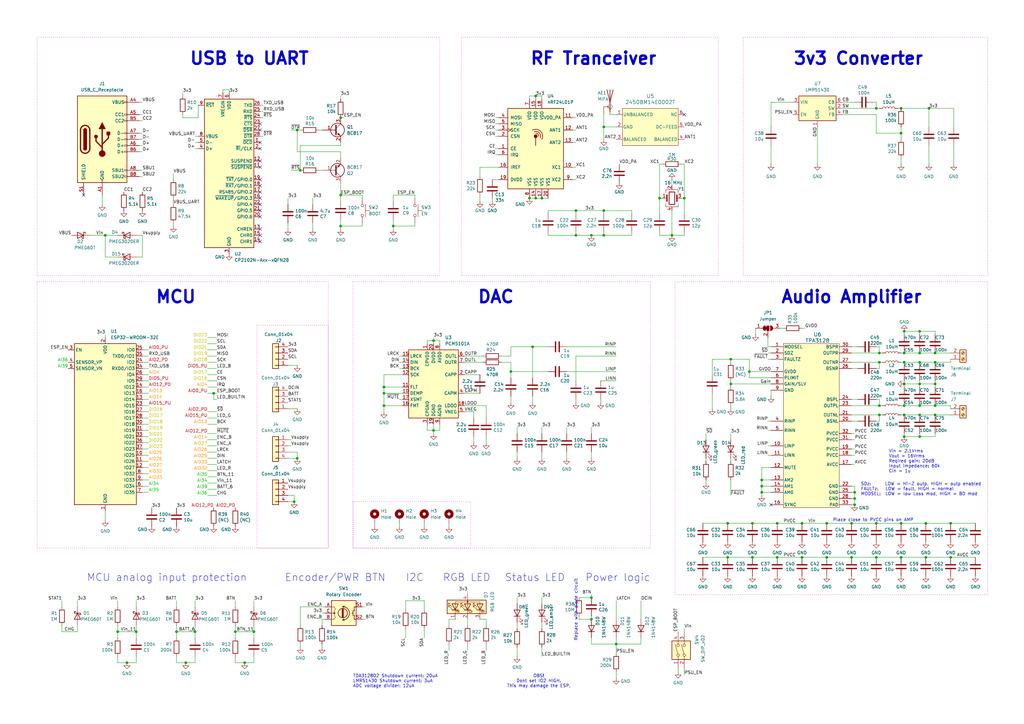
<source format=kicad_sch>
(kicad_sch (version 20231120) (generator "eeschema") (generator_version "8.0")
  (paper "A3")
  (title_block (date "2024-03-11") (rev "1.0"))
  (junction (at 121.92 53.34))
  (junction (at 219.71 39.37))
  (junction (at 247.65 52.07))
  (junction (at 121.92 187.96))
  (junction (at 349.25 228.6))
  (junction (at 139.7 48.26))
  (junction (at 350.52 204.47))
  (junction (at 377.19 144.78))
  (junction (at 80.01 259.08))
  (junction (at 312.42 196.85))
  (junction (at 270.51 81.28))
  (junction (at 359.41 228.6))
  (junction (at 383.54 170.18))
  (junction (at 370.84 166.37))
  (junction (at 369.57 214.63))
  (junction (at 218.44 142.24))
  (junction (at 104.14 259.08))
  (junction (at 43.18 96.52))
  (junction (at 76.2 271.78))
  (junction (at 157.48 161.29))
  (junction (at 328.93 214.63))
  (junction (at 52.07 271.78))
  (junction (at 359.41 44.45))
  (junction (at 123.19 69.85))
  (junction (at 177.8 139.7))
  (junction (at 360.68 144.78))
  (junction (at 370.84 170.18))
  (junction (at 87.63 161.29))
  (junction (at 312.42 201.93))
  (junction (at 222.25 81.28))
  (junction (at 161.29 92.71))
  (junction (at 247.65 96.52))
  (junction (at 299.72 157.48))
  (junction (at 360.68 170.18))
  (junction (at 242.57 245.11))
  (junction (at 360.68 148.59))
  (junction (at 350.52 207.01))
  (junction (at 298.45 214.63))
  (junction (at 275.59 96.52))
  (junction (at 350.52 201.93))
  (junction (at 236.22 86.36))
  (junction (at 177.8 176.53))
  (junction (at 369.57 228.6))
  (junction (at 247.65 86.36))
  (junction (at 209.55 152.4))
  (junction (at 299.72 147.32))
  (junction (at 377.19 166.37))
  (junction (at 379.73 214.63))
  (junction (at 359.41 214.63))
  (junction (at 252.73 264.16))
  (junction (at 308.61 228.6))
  (junction (at 369.57 54.61))
  (junction (at 96.52 259.08))
  (junction (at 242.57 96.52))
  (junction (at 48.26 259.08))
  (junction (at 318.77 228.6))
  (junction (at 383.54 148.59))
  (junction (at 381 44.45))
  (junction (at 139.7 92.71))
  (junction (at 349.25 214.63))
  (junction (at 370.84 179.07))
  (junction (at 383.54 144.78))
  (junction (at 369.57 44.45))
  (junction (at 339.09 228.6))
  (junction (at 280.67 81.28))
  (junction (at 72.39 259.08))
  (junction (at 383.54 166.37))
  (junction (at 377.19 157.48))
  (junction (at 307.34 152.4))
  (junction (at 157.48 158.75))
  (junction (at 370.84 148.59))
  (junction (at 236.22 96.52))
  (junction (at 242.57 254))
  (junction (at 100.33 271.78))
  (junction (at 377.19 170.18))
  (junction (at 370.84 144.78))
  (junction (at 383.54 157.48))
  (junction (at 139.7 80.01))
  (junction (at 312.42 199.39))
  (junction (at 377.19 179.07))
  (junction (at 157.48 166.37))
  (junction (at 389.89 214.63))
  (junction (at 377.19 148.59))
  (junction (at 377.19 135.89))
  (junction (at 370.84 135.89))
  (junction (at 318.77 214.63))
  (junction (at 298.45 228.6))
  (junction (at 379.73 228.6))
  (junction (at 55.88 259.08))
  (junction (at 360.68 166.37))
  (junction (at 328.93 228.6))
  (junction (at 339.09 214.63))
  (junction (at 308.61 214.63))
  (junction (at 370.84 157.48))
  (junction (at 217.17 81.28))
  (junction (at 389.89 228.6))
  (junction (at 120.65 205.74))
  (junction (at 219.71 81.28))
  (no_connect (at 106.68 78.74))
  (no_connect (at 106.68 96.52))
  (no_connect (at 106.68 50.8))
  (no_connect (at 106.68 66.04))
  (no_connect (at 106.68 68.58))
  (no_connect (at 106.68 60.96))
  (no_connect (at 106.68 99.06))
  (no_connect (at 280.67 46.99))
  (no_connect (at 106.68 93.98))
  (no_connect (at 106.68 58.42))
  (no_connect (at 106.68 73.66))
  (no_connect (at 106.68 83.82))
  (no_connect (at 106.68 53.34))
  (no_connect (at 106.68 86.36))
  (no_connect (at 106.68 81.28))
  (no_connect (at 34.29 80.01))
  (no_connect (at 106.68 88.9))
  (no_connect (at 106.68 76.2))
  (no_connect (at 316.23 207.01))
  (wire (pts (xy 132.08 251.46) (xy 133.35 251.46)))
  (wire (pts (xy 55.88 246.38) (xy 55.88 248.92)))
  (wire (pts (xy 36.83 96.52) (xy 43.18 96.52)))
  (wire (pts (xy 359.41 163.83) (xy 360.68 163.83)))
  (wire (pts (xy 60.96 194.31) (xy 58.42 194.31)))
  (wire (pts (xy 217.17 39.37) (xy 219.71 39.37)))
  (wire (pts (xy 280.67 95.25) (xy 280.67 96.52)))
  (wire (pts (xy 139.7 39.37) (xy 139.7 40.64)))
  (wire (pts (xy 118.11 185.42) (xy 121.92 185.42)))
  (wire (pts (xy 121.92 185.42) (xy 121.92 187.96)))
  (wire (pts (xy 252.73 261.62) (xy 252.73 264.16)))
  (wire (pts (xy 383.54 157.48) (xy 383.54 158.75)))
  (wire (pts (xy 232.41 175.26) (xy 232.41 177.8)))
  (wire (pts (xy 236.22 48.26) (xy 234.95 48.26)))
  (wire (pts (xy 222.25 39.37) (xy 219.71 39.37)))
  (wire (pts (xy 232.41 187.96) (xy 232.41 185.42)))
  (wire (pts (xy 314.96 147.32) (xy 316.23 147.32)))
  (wire (pts (xy 312.42 191.77) (xy 312.42 196.85)))
  (wire (pts (xy 31.75 248.92) (xy 31.75 246.38)))
  (wire (pts (xy 247.65 46.99) (xy 247.65 52.07)))
  (wire (pts (xy 218.44 165.1) (xy 218.44 162.56)))
  (wire (pts (xy 201.93 82.55) (xy 201.93 81.28)))
  (wire (pts (xy 217.17 40.64) (xy 217.17 39.37)))
  (wire (pts (xy 80.01 259.08) (xy 80.01 261.62)))
  (wire (pts (xy 157.48 158.75) (xy 157.48 161.29)))
  (wire (pts (xy 299.72 147.32) (xy 299.72 148.59)))
  (wire (pts (xy 199.39 266.7) (xy 199.39 264.16)))
  (wire (pts (xy 359.41 41.91) (xy 359.41 44.45)))
  (wire (pts (xy 307.34 152.4) (xy 316.23 152.4)))
  (wire (pts (xy 153.67 215.9) (xy 153.67 214.63)))
  (wire (pts (xy 247.65 52.07) (xy 247.65 57.15)))
  (wire (pts (xy 139.7 59.69) (xy 123.19 59.69)))
  (wire (pts (xy 350.52 184.15) (xy 349.25 184.15)))
  (wire (pts (xy 209.55 152.4) (xy 224.79 152.4)))
  (wire (pts (xy 312.42 196.85) (xy 312.42 199.39)))
  (wire (pts (xy 222.25 255.27) (xy 222.25 257.81)))
  (wire (pts (xy 85.09 151.13) (xy 88.9 151.13)))
  (wire (pts (xy 132.08 254) (xy 132.08 256.54)))
  (wire (pts (xy 222.25 245.11) (xy 222.25 247.65)))
  (wire (pts (xy 194.31 171.45) (xy 194.31 168.91)))
  (wire (pts (xy 369.57 44.45) (xy 381 44.45)))
  (wire (pts (xy 377.19 166.37) (xy 383.54 166.37)))
  (wire (pts (xy 224.79 86.36) (xy 224.79 87.63)))
  (wire (pts (xy 259.08 87.63) (xy 259.08 86.36)))
  (wire (pts (xy 166.37 250.19) (xy 166.37 246.38)))
  (wire (pts (xy 381 67.31) (xy 381 59.69)))
  (wire (pts (xy 288.29 228.6) (xy 298.45 228.6)))
  (wire (pts (xy 360.68 166.37) (xy 361.95 166.37)))
  (wire (pts (xy 316.23 162.56) (xy 316.23 160.02)))
  (wire (pts (xy 58.42 54.61) (xy 57.15 54.61)))
  (wire (pts (xy 203.2 60.96) (xy 204.47 60.96)))
  (wire (pts (xy 60.96 189.23) (xy 58.42 189.23)))
  (wire (pts (xy 203.2 63.5) (xy 204.47 63.5)))
  (wire (pts (xy 60.96 158.75) (xy 58.42 158.75)))
  (wire (pts (xy 328.93 228.6) (xy 339.09 228.6)))
  (wire (pts (xy 369.57 144.78) (xy 370.84 144.78)))
  (wire (pts (xy 161.29 92.71) (xy 170.18 92.71)))
  (wire (pts (xy 236.22 96.52) (xy 242.57 96.52)))
  (wire (pts (xy 85.09 203.2) (xy 88.9 203.2)))
  (wire (pts (xy 259.08 95.25) (xy 259.08 96.52)))
  (wire (pts (xy 370.84 177.8) (xy 370.84 179.07)))
  (wire (pts (xy 308.61 214.63) (xy 318.77 214.63)))
  (wire (pts (xy 121.92 53.34) (xy 123.19 53.34)))
  (wire (pts (xy 309.88 137.16) (xy 309.88 134.62)))
  (wire (pts (xy 60.96 166.37) (xy 58.42 166.37)))
  (wire (pts (xy 299.72 187.96) (xy 299.72 189.23)))
  (wire (pts (xy 107.95 48.26) (xy 106.68 48.26)))
  (wire (pts (xy 246.38 163.83) (xy 246.38 165.1)))
  (wire (pts (xy 232.41 152.4) (xy 252.73 152.4)))
  (wire (pts (xy 48.26 246.38) (xy 48.26 248.92)))
  (wire (pts (xy 299.72 147.32) (xy 307.34 147.32)))
  (wire (pts (xy 383.54 144.78) (xy 389.89 144.78)))
  (wire (pts (xy 157.48 166.37) (xy 157.48 168.91)))
  (wire (pts (xy 85.09 148.59) (xy 88.9 148.59)))
  (wire (pts (xy 360.68 148.59) (xy 360.68 151.13)))
  (wire (pts (xy 377.19 157.48) (xy 370.84 157.48)))
  (wire (pts (xy 350.52 201.93) (xy 350.52 204.47)))
  (wire (pts (xy 96.52 246.38) (xy 96.52 248.92)))
  (wire (pts (xy 123.19 59.69) (xy 123.19 69.85)))
  (wire (pts (xy 177.8 138.43) (xy 177.8 139.7)))
  (wire (pts (xy 196.85 72.39) (xy 196.85 68.58)))
  (wire (pts (xy 318.77 228.6) (xy 328.93 228.6)))
  (wire (pts (xy 369.57 52.07) (xy 369.57 54.61)))
  (wire (pts (xy 80.01 256.54) (xy 80.01 259.08)))
  (wire (pts (xy 316.23 41.91) (xy 316.23 52.07)))
  (wire (pts (xy 60.96 171.45) (xy 58.42 171.45)))
  (wire (pts (xy 219.71 39.37) (xy 219.71 40.64)))
  (wire (pts (xy 360.68 148.59) (xy 361.95 148.59)))
  (wire (pts (xy 307.34 147.32) (xy 307.34 152.4)))
  (wire (pts (xy 370.84 144.78) (xy 377.19 144.78)))
  (wire (pts (xy 55.88 256.54) (xy 55.88 259.08)))
  (wire (pts (xy 186.69 254) (xy 184.15 254)))
  (wire (pts (xy 163.83 151.13) (xy 165.1 151.13)))
  (wire (pts (xy 377.19 179.07) (xy 383.54 179.07)))
  (wire (pts (xy 299.72 157.48) (xy 316.23 157.48)))
  (wire (pts (xy 381 52.07) (xy 381 44.45)))
  (wire (pts (xy 237.49 254) (xy 237.49 252.73)))
  (wire (pts (xy 314.96 186.69) (xy 316.23 186.69)))
  (wire (pts (xy 209.55 148.59) (xy 209.55 152.4)))
  (wire (pts (xy 222.25 187.96) (xy 222.25 185.42)))
  (wire (pts (xy 72.39 256.54) (xy 72.39 259.08)))
  (wire (pts (xy 369.57 166.37) (xy 370.84 166.37)))
  (wire (pts (xy 60.96 161.29) (xy 58.42 161.29)))
  (wire (pts (xy 359.41 46.99) (xy 359.41 54.61)))
  (wire (pts (xy 149.86 248.92) (xy 148.59 248.92)))
  (wire (pts (xy 259.08 86.36) (xy 247.65 86.36)))
  (wire (pts (xy 139.7 92.71) (xy 139.7 93.98)))
  (wire (pts (xy 157.48 161.29) (xy 165.1 161.29)))
  (wire (pts (xy 157.48 161.29) (xy 157.48 166.37)))
  (wire (pts (xy 350.52 204.47) (xy 350.52 207.01)))
  (wire (pts (xy 121.92 62.23) (xy 121.92 53.34)))
  (wire (pts (xy 349.25 166.37) (xy 360.68 166.37)))
  (wire (pts (xy 180.34 140.97) (xy 180.34 139.7)))
  (wire (pts (xy 60.96 163.83) (xy 58.42 163.83)))
  (wire (pts (xy 96.52 271.78) (xy 100.33 271.78)))
  (wire (pts (xy 400.05 228.6) (xy 389.89 228.6)))
  (wire (pts (xy 71.12 92.71) (xy 71.12 91.44)))
  (wire (pts (xy 58.42 62.23) (xy 57.15 62.23)))
  (wire (pts (xy 76.2 271.78) (xy 80.01 271.78)))
  (wire (pts (xy 199.39 166.37) (xy 190.5 166.37)))
  (wire (pts (xy 252.73 264.16) (xy 252.73 267.97)))
  (wire (pts (xy 242.57 252.73) (xy 242.57 254)))
  (wire (pts (xy 381 44.45) (xy 391.16 44.45)))
  (wire (pts (xy 360.68 144.78) (xy 361.95 144.78)))
  (wire (pts (xy 198.12 148.59) (xy 190.5 148.59)))
  (wire (pts (xy 60.96 168.91) (xy 58.42 168.91)))
  (wire (pts (xy 271.78 81.28) (xy 270.51 81.28)))
  (wire (pts (xy 81.28 48.26) (xy 81.28 43.18)))
  (wire (pts (xy 196.85 68.58) (xy 204.47 68.58)))
  (wire (pts (xy 72.39 259.08) (xy 80.01 259.08)))
  (wire (pts (xy 389.89 214.63) (xy 379.73 214.63)))
  (wire (pts (xy 173.99 215.9) (xy 173.99 214.63)))
  (wire (pts (xy 148.59 92.71) (xy 148.59 91.44)))
  (wire (pts (xy 130.81 53.34) (xy 132.08 53.34)))
  (wire (pts (xy 60.96 176.53) (xy 58.42 176.53)))
  (wire (pts (xy 377.19 179.07) (xy 370.84 179.07)))
  (wire (pts (xy 190.5 146.05) (xy 198.12 146.05)))
  (wire (pts (xy 85.09 195.58) (xy 88.9 195.58)))
  (wire (pts (xy 161.29 90.17) (xy 161.29 92.71)))
  (wire (pts (xy 60.96 156.21) (xy 58.42 156.21)))
  (wire (pts (xy 121.92 167.64) (xy 118.11 167.64)))
  (wire (pts (xy 123.19 265.43) (xy 123.19 264.16)))
  (wire (pts (xy 275.59 73.66) (xy 275.59 76.2)))
  (wire (pts (xy 279.4 67.31) (xy 280.67 67.31)))
  (wire (pts (xy 194.31 168.91) (xy 190.5 168.91)))
  (wire (pts (xy 280.67 67.31) (xy 280.67 81.28)))
  (wire (pts (xy 242.57 264.16) (xy 252.73 264.16)))
  (wire (pts (xy 74.93 39.37) (xy 74.93 38.1)))
  (wire (pts (xy 41.91 83.82) (xy 41.91 80.01)))
  (wire (pts (xy 349.25 172.72) (xy 351.79 172.72)))
  (wire (pts (xy 163.83 148.59) (xy 165.1 148.59)))
  (wire (pts (xy 379.73 228.6) (xy 389.89 228.6)))
  (wire (pts (xy 236.22 58.42) (xy 234.95 58.42)))
  (wire (pts (xy 58.42 96.52) (xy 55.88 96.52)))
  (wire (pts (xy 377.19 144.78) (xy 383.54 144.78)))
  (wire (pts (xy 43.18 137.16) (xy 43.18 138.43)))
  (wire (pts (xy 118.11 93.98) (xy 118.11 91.44)))
  (wire (pts (xy 236.22 156.21) (xy 236.22 146.05)))
  (wire (pts (xy 359.41 54.61) (xy 369.57 54.61)))
  (wire (pts (xy 359.41 228.6) (xy 369.57 228.6)))
  (wire (pts (xy 252.73 264.16) (xy 262.89 264.16)))
  (wire (pts (xy 107.95 55.88) (xy 106.68 55.88)))
  (wire (pts (xy 369.57 54.61) (xy 369.57 57.15)))
  (wire (pts (xy 60.96 179.07) (xy 58.42 179.07)))
  (wire (pts (xy 359.41 172.72) (xy 360.68 172.72)))
  (wire (pts (xy 280.67 96.52) (xy 275.59 96.52)))
  (wire (pts (xy 85.09 193.04) (xy 88.9 193.04)))
  (wire (pts (xy 237.49 254) (xy 242.57 254)))
  (wire (pts (xy 139.7 62.23) (xy 121.92 62.23)))
  (wire (pts (xy 166.37 261.62) (xy 166.37 257.81)))
  (wire (pts (xy 104.14 256.54) (xy 104.14 259.08)))
  (wire (pts (xy 242.57 175.26) (xy 242.57 177.8)))
  (wire (pts (xy 139.7 80.01) (xy 148.59 80.01)))
  (wire (pts (xy 349.25 163.83) (xy 351.79 163.83)))
  (wire (pts (xy 236.22 95.25) (xy 236.22 96.52)))
  (wire (pts (xy 25.4 256.54) (xy 25.4 259.08)))
  (wire (pts (xy 360.68 142.24) (xy 360.68 144.78)))
  (wire (pts (xy 132.08 254) (xy 133.35 254)))
  (wire (pts (xy 292.1 147.32) (xy 299.72 147.32)))
  (wire (pts (xy 299.72 156.21) (xy 299.72 157.48)))
  (wire (pts (xy 157.48 166.37) (xy 165.1 166.37)))
  (wire (pts (xy 148.59 81.28) (xy 148.59 80.01)))
  (wire (pts (xy 55.88 259.08) (xy 55.88 261.62)))
  (wire (pts (xy 312.42 199.39) (xy 316.23 199.39)))
  (wire (pts (xy 25.4 248.92) (xy 25.4 246.38)))
  (wire (pts (xy 299.72 158.75) (xy 299.72 157.48)))
  (wire (pts (xy 250.19 46.99) (xy 252.73 46.99)))
  (wire (pts (xy 349.25 148.59) (xy 360.68 148.59)))
  (wire (pts (xy 298.45 214.63) (xy 308.61 214.63)))
  (wire (pts (xy 60.96 153.67) (xy 58.42 153.67)))
  (wire (pts (xy 85.09 168.91) (xy 88.9 168.91)))
  (wire (pts (xy 289.56 177.8) (xy 289.56 180.34)))
  (wire (pts (xy 118.11 187.96) (xy 121.92 187.96)))
  (wire (pts (xy 205.74 148.59) (xy 209.55 148.59)))
  (wire (pts (xy 224.79 86.36) (xy 236.22 86.36)))
  (wire (pts (xy 377.19 135.89) (xy 370.84 135.89)))
  (wire (pts (xy 175.26 176.53) (xy 177.8 176.53)))
  (wire (pts (xy 85.09 200.66) (xy 88.9 200.66)))
  (wire (pts (xy 349.25 144.78) (xy 360.68 144.78)))
  (wire (pts (xy 209.55 154.94) (xy 209.55 152.4)))
  (wire (pts (xy 222.25 40.64) (xy 222.25 39.37)))
  (wire (pts (xy 85.09 173.99) (xy 88.9 173.99)))
  (wire (pts (xy 370.84 166.37) (xy 377.19 166.37)))
  (wire (pts (xy 247.65 87.63) (xy 247.65 86.36)))
  (wire (pts (xy 389.89 214.63) (xy 400.05 214.63)))
  (wire (pts (xy 389.89 147.32) (xy 389.89 148.59)))
  (wire (pts (xy 85.09 190.5) (xy 88.9 190.5)))
  (wire (pts (xy 350.52 186.69) (xy 349.25 186.69)))
  (wire (pts (xy 85.09 146.05) (xy 88.9 146.05)))
  (wire (pts (xy 360.68 170.18) (xy 361.95 170.18)))
  (wire (pts (xy 358.14 41.91) (xy 359.41 41.91)))
  (wire (pts (xy 60.96 151.13) (xy 58.42 151.13)))
  (wire (pts (xy 349.25 170.18) (xy 360.68 170.18)))
  (wire (pts (xy 280.67 276.86) (xy 280.67 274.32)))
  (wire (pts (xy 60.96 196.85) (xy 58.42 196.85)))
  (wire (pts (xy 163.83 163.83) (xy 165.1 163.83)))
  (wire (pts (xy 350.52 180.34) (xy 349.25 180.34)))
  (wire (pts (xy 280.67 257.81) (xy 280.67 259.08)))
  (wire (pts (xy 87.63 163.83) (xy 87.63 161.29)))
  (wire (pts (xy 368.3 44.45) (xy 369.57 44.45)))
  (wire (pts (xy 48.26 271.78) (xy 52.07 271.78)))
  (wire (pts (xy 288.29 214.63) (xy 298.45 214.63)))
  (wire (pts (xy 157.48 158.75) (xy 165.1 158.75)))
  (wire (pts (xy 312.42 199.39) (xy 312.42 201.93)))
  (wire (pts (xy 242.57 261.62) (xy 242.57 264.16)))
  (wire (pts (xy 391.16 52.07) (xy 391.16 44.45)))
  (wire (pts (xy 222.25 175.26) (xy 222.25 177.8)))
  (wire (pts (xy 48.26 259.08) (xy 48.26 261.62)))
  (wire (pts (xy 236.22 163.83) (xy 236.22 165.1)))
  (wire (pts (xy 52.07 271.78) (xy 55.88 271.78)))
  (wire (pts (xy 359.41 151.13) (xy 360.68 151.13)))
  (wire (pts (xy 91.44 38.1) (xy 91.44 36.83)))
  (wire (pts (xy 212.09 187.96) (xy 212.09 185.42)))
  (wire (pts (xy 289.56 196.85) (xy 289.56 198.12)))
  (wire (pts (xy 177.8 139.7) (xy 180.34 139.7)))
  (wire (pts (xy 93.98 36.83) (xy 93.98 38.1)))
  (wire (pts (xy 184.15 254) (xy 184.15 256.54)))
  (wire (pts (xy 58.42 46.99) (xy 57.15 46.99)))
  (wire (pts (xy 85.09 138.43) (xy 88.9 138.43)))
  (wire (pts (xy 71.12 81.28) (xy 71.12 83.82)))
  (wire (pts (xy 60.96 173.99) (xy 58.42 173.99)))
  (wire (pts (xy 217.17 81.28) (xy 219.71 81.28)))
  (wire (pts (xy 43.18 105.41) (xy 43.18 96.52)))
  (wire (pts (xy 96.52 269.24) (xy 96.52 271.78)))
  (wire (pts (xy 85.09 143.51) (xy 88.9 143.51)))
  (wire (pts (xy 196.85 254) (xy 199.39 254)))
  (wire (pts (xy 218.44 142.24) (xy 224.79 142.24)))
  (wire (pts (xy 349.25 151.13) (xy 351.79 151.13)))
  (wire (pts (xy 85.09 171.45) (xy 88.9 171.45)))
  (wire (pts (xy 85.09 156.21) (xy 88.9 156.21)))
  (wire (pts (xy 318.77 214.63) (xy 328.93 214.63)))
  (wire (pts (xy 242.57 245.11) (xy 242.57 243.84)))
  (wire (pts (xy 349.25 201.93) (xy 350.52 201.93)))
  (wire (pts (xy 370.84 135.89) (xy 370.84 137.16)))
  (wire (pts (xy 377.19 177.8) (xy 377.19 179.07)))
  (wire (pts (xy 175.26 173.99) (xy 175.26 176.53)))
  (wire (pts (xy 349.25 199.39) (xy 350.52 199.39)))
  (wire (pts (xy 123.19 248.92) (xy 133.35 248.92)))
  (wire (pts (xy 279.4 81.28) (xy 280.67 81.28)))
  (wire (pts (xy 58.42 57.15) (xy 57.15 57.15)))
  (wire (pts (xy 161.29 92.71) (xy 161.29 93.98)))
  (wire (pts (xy 157.48 153.67) (xy 165.1 153.67)))
  (wire (pts (xy 85.09 177.8) (xy 88.9 177.8)))
  (wire (pts (xy 292.1 167.64) (xy 292.1 161.29)))
  (wire (pts (xy 194.31 181.61) (xy 194.31 179.07)))
  (wire (pts (xy 328.93 214.63) (xy 339.09 214.63)))
  (wire (pts (xy 139.7 58.42) (xy 139.7 59.69)))
  (wire (pts (xy 389.89 167.64) (xy 389.89 166.37)))
  (wire (pts (xy 369.57 67.31) (xy 369.57 64.77)))
  (wire (pts (xy 199.39 171.45) (xy 199.39 166.37)))
  (wire (pts (xy 312.42 196.85) (xy 316.23 196.85)))
  (wire (pts (xy 80.01 60.96) (xy 81.28 60.96)))
  (wire (pts (xy 184.15 266.7) (xy 184.15 264.16)))
  (wire (pts (xy 278.13 275.59) (xy 278.13 274.32)))
  (wire (pts (xy 314.96 182.88) (xy 316.23 182.88)))
  (wire (pts (xy 377.19 137.16) (xy 377.19 135.89)))
  (wire (pts (xy 275.59 86.36) (xy 275.59 96.52)))
  (wire (pts (xy 203.2 53.34) (xy 204.47 53.34)))
  (wire (pts (xy 107.95 45.72) (xy 106.68 45.72)))
  (wire (pts (xy 224.79 96.52) (xy 236.22 96.52)))
  (wire (pts (xy 299.72 177.8) (xy 299.72 180.34)))
  (wire (pts (xy 349.25 214.63) (xy 359.41 214.63)))
  (wire (pts (xy 280.67 81.28) (xy 280.67 87.63)))
  (wire (pts (xy 161.29 80.01) (xy 161.29 82.55)))
  (wire (pts (xy 359.41 44.45) (xy 360.68 44.45)))
  (wire (pts (xy 58.42 41.91) (xy 57.15 41.91)))
  (wire (pts (xy 316.23 67.31) (xy 316.23 59.69)))
  (wire (pts (xy 339.09 214.63) (xy 349.25 214.63)))
  (wire (pts (xy 209.55 165.1) (xy 209.55 162.56)))
  (wire (pts (xy 48.26 259.08) (xy 55.88 259.08)))
  (wire (pts (xy 96.52 259.08) (xy 96.52 261.62)))
  (wire (pts (xy 173.99 250.19) (xy 173.99 246.38)))
  (wire (pts (xy 377.19 157.48) (xy 377.19 158.75)))
  (wire (pts (xy 60.96 143.51) (xy 58.42 143.51)))
  (wire (pts (xy 100.33 271.78) (xy 104.14 271.78)))
  (wire (pts (xy 139.7 92.71) (xy 139.7 90.17)))
  (wire (pts (xy 236.22 73.66) (xy 234.95 73.66)))
  (wire (pts (xy 60.96 146.05) (xy 58.42 146.05)))
  (wire (pts (xy 299.72 203.2) (xy 299.72 196.85)))
  (wire (pts (xy 209.55 142.24) (xy 218.44 142.24)))
  (wire (pts (xy 120.65 205.74) (xy 118.11 205.74)))
  (wire (pts (xy 191.77 266.7) (xy 191.77 264.16)))
  (wire (pts (xy 377.19 135.89) (xy 383.54 135.89)))
  (wire (pts (xy 170.18 92.71) (xy 170.18 91.44)))
  (wire (pts (xy 383.54 170.18) (xy 389.89 170.18)))
  (wire (pts (xy 359.41 46.99) (xy 345.44 46.99)))
  (wire (pts (xy 139.7 80.01) (xy 139.7 82.55)))
  (wire (pts (xy 177.8 176.53) (xy 177.8 173.99)))
  (wire (pts (xy 128.27 93.98) (xy 128.27 91.44)))
  (wire (pts (xy 212.09 265.43) (xy 212.09 269.24)))
  (wire (pts (xy 383.54 156.21) (xy 383.54 157.48)))
  (wire (pts (xy 252.73 52.07) (xy 247.65 52.07)))
  (wire (pts (xy 271.78 67.31) (xy 270.51 67.31)))
  (wire (pts (xy 60.96 181.61) (xy 58.42 181.61)))
  (wire (pts (xy 177.8 139.7) (xy 177.8 140.97)))
  (wire (pts (xy 370.84 170.18) (xy 377.19 170.18)))
  (wire (pts (xy 60.96 199.39) (xy 58.42 199.39)))
  (wire (pts (xy 370.84 148.59) (xy 377.19 148.59)))
  (wire (pts (xy 180.34 173.99) (xy 180.34 176.53)))
  (wire (pts (xy 242.57 185.42) (xy 242.57 187.96)))
  (wire (pts (xy 85.09 187.96) (xy 88.9 187.96)))
  (wire (pts (xy 107.95 43.18) (xy 106.68 43.18)))
  (wire (pts (xy 48.26 256.54) (xy 48.26 259.08)))
  (wire (pts (xy 85.09 180.34) (xy 88.9 180.34)))
  (wire (pts (xy 350.52 199.39) (xy 350.52 201.93)))
  (wire (pts (xy 196.85 82.55) (xy 196.85 80.01)))
  (wire (pts (xy 316.23 191.77) (xy 312.42 191.77)))
  (wire (pts (xy 369.57 170.18) (xy 370.84 170.18)))
  (wire (pts (xy 232.41 142.24) (xy 252.73 142.24)))
  (wire (pts (xy 132.08 265.43) (xy 132.08 264.16)))
  (wire (pts (xy 55.88 269.24) (xy 55.88 271.78)))
  (wire (pts (xy 350.52 190.5) (xy 349.25 190.5)))
  (wire (pts (xy 345.44 41.91) (xy 350.52 41.91)))
  (wire (pts (xy 270.51 81.28) (xy 270.51 87.63)))
  (wire (pts (xy 191.77 254) (xy 191.77 256.54)))
  (wire (pts (xy 262.89 246.38) (xy 262.89 254)))
  (wire (pts (xy 212.09 255.27) (xy 212.09 257.81)))
  (wire (pts (xy 139.7 92.71) (xy 148.59 92.71)))
  (wire (pts (xy 85.09 153.67) (xy 88.9 153.67)))
  (wire (pts (xy 139.7 62.23) (xy 139.7 64.77)))
  (wire (pts (xy 191.77 242.57) (xy 191.77 243.84)))
  (wire (pts (xy 203.2 55.88) (xy 204.47 55.88)))
  (wire (pts (xy 370.84 157.48) (xy 370.84 158.75)))
  (wire (pts (xy 246.38 156.21) (xy 252.73 156.21)))
  (wire (pts (xy 314.96 176.53) (xy 316.23 176.53)))
  (wire (pts (xy 72.39 271.78) (xy 76.2 271.78)))
  (wire (pts (xy 104.14 246.38) (xy 104.14 248.92)))
  (wire (pts (xy 119.38 53.34) (xy 121.92 53.34)))
  (wire (pts (xy 312.42 201.93) (xy 316.23 201.93)))
  (wire (pts (xy 118.11 203.2) (xy 120.65 203.2)))
  (wire (pts (xy 139.7 74.93) (xy 139.7 80.01)))
  (wire (pts (xy 236.22 146.05) (xy 252.73 146.05)))
  (wire (pts (xy 96.52 256.54) (xy 96.52 259.08)))
  (wire (pts (xy 359.41 214.63) (xy 369.57 214.63)))
  (wire (pts (xy 270.51 67.31) (xy 270.51 81.28)))
  (wire (pts (xy 149.86 254) (xy 148.59 254)))
  (wire (pts (xy 80.01 269.24) (xy 80.01 271.78)))
  (wire (pts (xy 58.42 96.52) (xy 58.42 105.41)))
  (wire (pts (xy 349.25 142.24) (xy 351.79 142.24)))
  (wire (pts (xy 175.26 139.7) (xy 175.26 140.97)))
  (wire (pts (xy 359.41 142.24) (xy 360.68 142.24)))
  (wire (pts (xy 383.54 177.8) (xy 383.54 179.07)))
  (wire (pts (xy 262.89 261.62) (xy 262.89 264.16)))
  (wire (pts (xy 80.01 246.38) (xy 80.01 248.92)))
  (wire (pts (xy 252.73 246.38) (xy 252.73 254)))
  (wire (pts (xy 314.96 138.43) (xy 314.96 142.24)))
  (wire (pts (xy 130.81 69.85) (xy 132.08 69.85)))
  (wire (pts (xy 377.19 148.59) (xy 383.54 148.59)))
  (wire (pts (xy 383.54 148.59) (xy 389.89 148.59)))
  (wire (pts (xy 166.37 246.38) (xy 173.99 246.38)))
  (wire (pts (xy 60.96 184.15) (xy 58.42 184.15)))
  (wire (pts (xy 314.96 142.24) (xy 316.23 142.24)))
  (wire (pts (xy 80.01 55.88) (xy 81.28 55.88)))
  (wire (pts (xy 298.45 228.6) (xy 308.61 228.6)))
  (wire (pts (xy 199.39 181.61) (xy 199.39 179.07)))
  (wire (pts (xy 85.09 182.88) (xy 88.9 182.88)))
  (wire (pts (xy 161.29 80.01) (xy 170.18 80.01)))
  (wire (pts (xy 316.23 154.94) (xy 307.34 154.94)))
  (wire (pts (xy 118.11 81.28) (xy 118.11 83.82)))
  (wire (pts (xy 184.15 215.9) (xy 184.15 214.63)))
  (wire (pts (xy 328.93 134.62) (xy 330.2 134.62)))
  (wire (pts (xy 205.74 146.05) (xy 209.55 146.05)))
  (wire (pts (xy 203.2 50.8) (xy 204.47 50.8)))
  (wire (pts (xy 196.85 161.29) (xy 190.5 161.29)))
  (wire (pts (xy 349.25 204.47) (xy 350.52 204.47)))
  (wire (pts (xy 292.1 153.67) (xy 292.1 147.32)))
  (wire (pts (xy 58.42 69.85) (xy 57.15 69.85)))
  (wire (pts (xy 203.2 48.26) (xy 204.47 48.26)))
  (wire (pts (xy 58.42 72.39) (xy 57.15 72.39)))
  (wire (pts (xy 212.09 247.65) (xy 212.09 245.11)))
  (wire (pts (xy 180.34 176.53) (xy 177.8 176.53)))
  (wire (pts (xy 237.49 245.11) (xy 242.57 245.11)))
  (wire (pts (xy 349.25 228.6) (xy 359.41 228.6)))
  (wire (pts (xy 31.75 256.54) (xy 31.75 259.08)))
  (wire (pts (xy 71.12 71.12) (xy 71.12 73.66)))
  (wire (pts (xy 119.38 182.88) (xy 118.11 182.88)))
  (wire (pts (xy 222.25 81.28) (xy 224.79 81.28)))
  (wire (pts (xy 104.14 269.24) (xy 104.14 271.78)))
  (wire (pts (xy 369.57 214.63) (xy 379.73 214.63)))
  (wire (pts (xy 370.84 156.21) (xy 370.84 157.48)))
  (wire (pts (xy 307.34 154.94) (xy 307.34 152.4)))
  (wire (pts (xy 299.72 166.37) (xy 299.72 167.64)))
  (wire (pts (xy 177.8 177.8) (xy 177.8 176.53)))
  (wire (pts (xy 321.31 134.62) (xy 320.04 134.62)))
  (wire (pts (xy 219.71 81.28) (xy 222.25 81.28)))
  (wire (pts (xy 43.18 213.36) (xy 43.18 209.55)))
  (wire (pts (xy 270.51 95.25) (xy 270.51 96.52)))
  (wire (pts (xy 360.68 172.72) (xy 360.68 170.18)))
  (wire (pts (xy 312.42 203.2) (xy 312.42 201.93)))
  (wire (pts (xy 85.09 158.75) (xy 88.9 158.75)))
  (wire (pts (xy 119.38 180.34) (xy 118.11 180.34)))
  (wire (pts (xy 308.61 228.6) (xy 318.77 228.6)))
  (wire (pts (xy 170.18 80.01) (xy 170.18 81.28)))
  (wire (pts (xy 72.39 269.24) (xy 72.39 271.78)))
  (wire (pts (xy 60.96 148.59) (xy 58.42 148.59)))
  (wire (pts (xy 85.09 198.12) (xy 88.9 198.12)))
  (wire (pts (xy 349.25 207.01) (xy 350.52 207.01)))
  (wire (pts (xy 199.39 254) (xy 199.39 256.54)))
  (wire (pts (xy 252.73 275.59) (xy 252.73 278.13)))
  (wire (pts (xy 48.26 269.24) (xy 48.26 271.78)))
  (wire (pts (xy 121.92 149.86) (xy 118.11 149.86)))
  (wire (pts (xy 377.19 170.18) (xy 383.54 170.18)))
  (wire (pts (xy 96.52 259.08) (xy 104.14 259.08)))
  (wire (pts (xy 360.68 163.83) (xy 360.68 166.37)))
  (wire (pts (xy 350.52 177.8) (xy 349.25 177.8)))
  (wire (pts (xy 120.65 203.2) (xy 120.65 205.74)))
  (wire (pts (xy 85.09 161.29) (xy 87.63 161.29)))
  (wire (pts (xy 314.96 172.72) (xy 316.23 172.72)))
  (wire (pts (xy 391.16 67.31) (xy 391.16 59.69)))
  (wire (pts (xy 60.96 201.93) (xy 58.42 201.93)))
  (wire (pts (xy 163.83 146.05) (xy 165.1 146.05)))
  (wire (pts (xy 157.48 153.67) (xy 157.48 158.75)))
  (wire (pts (xy 247.65 95.25) (xy 247.65 96.52)))
  (wire (pts (xy 163.83 215.9) (xy 163.83 214.63)))
  (wire (pts (xy 242.57 96.52) (xy 247.65 96.52)))
  (wire (pts (xy 173.99 261.62) (xy 173.99 257.81)))
  (wire (pts (xy 88.9 163.83) (xy 87.63 163.83)))
  (wire (pts (xy 43.18 96.52) (xy 48.26 96.52)))
  (wire (pts (xy 212.09 175.26) (xy 212.09 177.8)))
  (wire (pts (xy 104.14 259.08) (xy 104.14 261.62)))
  (wire (pts (xy 201.93 73.66) (xy 204.47 73.66)))
  (wire (pts (xy 123.19 256.54) (xy 123.19 248.92)))
  (wire (pts (xy 222.25 265.43) (xy 222.25 269.24)))
  (wire (pts (xy 247.65 96.52) (xy 259.08 96.52)))
  (wire (pts (xy 383.54 137.16) (xy 383.54 135.89)))
  (wire (pts (xy 316.23 41.91) (xy 325.12 41.91)))
  (wire (pts (xy 224.79 95.25) (xy 224.79 96.52)))
  (wire (pts (xy 60.96 186.69) (xy 58.42 186.69)))
  (wire (pts (xy 236.22 87.63) (xy 236.22 86.36)))
  (wire (pts (xy 359.41 44.45) (xy 345.44 44.45)))
  (wire (pts (xy 314.96 144.78) (xy 316.23 144.78)))
  (wire (pts (xy 85.09 185.42) (xy 88.9 185.42)))
  (wire (pts (xy 91.44 36.83) (xy 93.98 36.83)))
  (wire (pts (xy 196.85 153.67) (xy 190.5 153.67)))
  (wire (pts (xy 85.09 140.97) (xy 88.9 140.97)))
  (wire (pts (xy 60.96 191.77) (xy 58.42 191.77)))
  (wire (pts (xy 43.18 105.41) (xy 48.26 105.41)))
  (wire (pts (xy 177.8 139.7) (xy 175.26 139.7)))
  (wire (pts (xy 209.55 142.24) (xy 209.55 146.05)))
  (wire (pts (xy 369.57 228.6) (xy 379.73 228.6)))
  (wire (pts (xy 25.4 259.08) (xy 31.75 259.08)))
  (wire (pts (xy 218.44 142.24) (xy 218.44 154.94)))
  (wire (pts (xy 87.63 161.29) (xy 88.9 161.29)))
  (wire (pts (xy 270.51 96.52) (xy 275.59 96.52)))
  (wire (pts (xy 289.56 187.96) (xy 289.56 189.23)))
  (wire (pts (xy 377.19 157.48) (xy 383.54 157.48)))
  (wire (pts (xy 128.27 81.28) (xy 128.27 83.82)))
  (wire (pts (xy 74.93 48.26) (xy 81.28 48.26)))
  (wire (pts (xy 72.39 259.08) (xy 72.39 261.62)))
  (wire (pts (xy 58.42 49.53) (xy 57.15 49.53)))
  (wire (pts (xy 139.7 48.26) (xy 140.97 48.26)))
  (wire (pts (xy 369.57 148.59) (xy 370.84 148.59)))
  (wire (pts (xy 339.09 228.6) (xy 349.25 228.6)))
  (wire (pts (xy 72.39 246.38) (xy 72.39 248.92)))
  (wire (pts (xy 58.42 59.69) (xy 57.15 59.69)))
  (wire (pts (xy 247.65 86.36) (xy 236.22 86.36)))
  (wire (pts (xy 236.22 68.58) (xy 234.95 68.58)))
  (wire (pts (xy 58.42 105.41) (xy 55.88 105.41)))
  (wire (pts (xy 236.22 53.34) (xy 234.95 53.34)))
  (wire (pts (xy 335.28 67.31) (xy 335.28 52.07)))
  (wire (pts (xy 377.19 156.21) (xy 377.19 157.48)))
  (wire (pts (xy 74.93 48.26) (xy 74.93 46.99)))
  (wire (pts (xy 80.01 58.42) (xy 81.28 58.42)))
  (wire (pts (xy 119.38 69.85) (xy 123.19 69.85)))
  (wire (pts (xy 383.54 166.37) (xy 389.89 166.37)))
  (rectangle (start 304.8 15.24) (end 405.13 113.03) (stroke (width 0.2) (type dot) (color 194 0 194 1)))
  (rectangle (start 105.41 133.35) (end 134.62 224.79) (stroke (width 0.2) (type dot) (color 194 0 194 1)))
  (rectangle (start 144.78 115.57) (end 266.7 224.79) (stroke (width 0.2) (type dot) (color 194 0 194 1)))
  (rectangle (start 189.23 15.24) (end 294.64 113.03) (stroke (width 0.2) (type dot) (color 194 0 194 1)))
  (rectangle (start 15.24 115.57) (end 134.62 224.79) (stroke (width 0.2) (type dot) (color 194 0 194 1)))
  (rectangle (start 144.78 205.74) (end 193.04 224.79) (stroke (width 0.2) (type dot) (color 194 0 194 1)))
  (rectangle (start 15.24 15.24) (end 180.34 113.03) (stroke (width 0.2) (type dot) (color 194 0 194 1)))
  (rectangle (start 276.86 115.57) (end 405.13 243.84) (stroke (width 0.2) (type dot) (color 194 0 194 1)))
  (text "TDA3128D2 Shutdown current: 20uA\nLMR51430 Shutdown current: 3uA\nADC voltage divider: 12uA" (at 144.78 279.4 0) (effects (font (size 1.27 1.27)) (justify left)))
  (text "Audio Amplifier" (at 320.04 121.92 0) (effects (font (size 5 5) (thickness 1) (bold yes)) (justify left)))
  (text "I2C" (at 166.37 238.76 0) (effects (font (size 3 3)) (justify left bottom)))
  (text "Vin = 2.1Vrms\nVout > 16Vrms\nReqired gain: 20dB\nInput impedance: 60k\nCin = 1u" (at 364.49 189.23 0) (effects (font (size 1.27 1.27)) (justify left)))
  (text "RGB LED" (at 181.61 238.76 0) (effects (font (size 3 3)) (justify left bottom)))
  (text "MCU" (at 63.5 121.92 0) (effects (font (size 5 5) (thickness 1) (bold yes)) (justify left)))
  (text "Power logic" (at 240.03 238.76 0) (effects (font (size 3 3)) (justify left bottom)))
  (text "Place close to PVCC pins on AMP" (at 358.14 213.36 0) (effects (font (size 1.27 1.27))))
  (text "DAC" (at 195.58 121.92 0) (effects (font (size 5 5) (thickness 1) (bold yes)) (justify left)))
  (text "OBS!\nDont set IO2 HIGH.\nThis may damage the ESP." (at 220.98 279.4 0) (effects (font (size 1.27 1.27))))
  (text "Status LED\n" (at 207.01 238.76 0) (effects (font (size 3 3)) (justify left bottom)))
  (text "MCU analog input protection" (at 35.56 238.76 0) (effects (font (size 3 3)) (justify left bottom)))
  (text "USB to UART" (at 77.47 24.13 0) (effects (font (size 5 5) (thickness 1) (bold yes)) (justify left)))
  (text "RF Tranceiver" (at 217.17 24.13 0) (effects (font (size 5 5) (thickness 1) (bold yes)) (justify left)))
  (text "Replace with diode circuit" (at 236.22 250.19 90) (effects (font (size 1.27 1.27))))
  (text "Encoder/PWR BTN" (at 116.84 238.76 0) (effects (font (size 3 3)) (justify left bottom)))
  (text "3v3 Converter" (at 325.12 24.13 0) (effects (font (size 5 5) (thickness 1) (bold yes)) (justify left)))
  (text "SDz: 	LOW = Hi-Z outp, HIGH = outp enabled\nFAULTz:   LOW = fault, HIGH = normal\nMODSEL:  LOW = low Loss mod, HIGH = BD mod" (at 353.06 200.66 0) (effects (font (size 1.27 1.27)) (justify left)))
  (label "MOSI" (at 88.9 138.43 0))
  (label "AIO27" (at 85.09 182.88 180))
  (label "3v3" (at 43.18 137.16 180))
  (label "VBUS" (at 58.42 41.91 0))
  (label "VDD_PA" (at 236.22 48.26 0))
  (label "XC1" (at 270.51 67.31 180))
  (label "TXD_USB" (at 107.95 43.18 0))
  (label "3v3" (at 93.98 38.1 0))
  (label "3v3" (at 118.11 142.24 0))
  (label "3v3" (at 72.39 208.28 0))
  (label "AIO15_PU" (at 85.09 171.45 180))
  (label "BCK" (at 163.83 151.13 180))
  (label "PSU_EN" (at 280.67 276.86 0))
  (label "Vsupply" (at 119.38 180.34 0))
  (label "3v3" (at 212.09 245.11 0))
  (label "PSU_EN" (at 252.73 267.97 0))
  (label "MISO" (at 88.9 146.05 0))
  (label "~{MUTE}" (at 163.83 163.83 180))
  (label "IRQ" (at 203.2 63.5 180))
  (label "3v3" (at 104.14 246.38 0))
  (label "D-" (at 58.42 54.61 0))
  (label "~{FAULT}" (at 299.72 203.2 0))
  (label "DIO18" (at 85.09 148.59 180))
  (label "3v3" (at 177.8 138.43 0))
  (label "3v3" (at 222.25 245.11 0))
  (label "LED_R" (at 184.15 266.7 270))
  (label "Gain" (at 316.23 157.48 180))
  (label "DIO18" (at 60.96 173.99 0))
  (label "D+" (at 80.01 60.96 180))
  (label "SDA" (at 118.11 144.78 0))
  (label "DIO22" (at 60.96 181.61 0))
  (label "XC1" (at 236.22 68.58 0))
  (label "AIO12_PD" (at 85.09 177.8 180))
  (label "RINP" (at 314.96 172.72 180))
  (label "DIO16" (at 85.09 156.21 180))
  (label "AIO13" (at 60.96 161.29 0))
  (label "~{DTR}" (at 119.38 53.34 0))
  (label "AVCC" (at 350.52 190.5 0))
  (label "Vsupply" (at 58.42 96.52 0))
  (label "AIO33" (at 60.96 196.85 0))
  (label "Vin" (at 39.37 96.52 0))
  (label "BATT" (at 118.11 162.56 0))
  (label "DIO17" (at 85.09 153.67 180))
  (label "LATCH" (at 252.73 246.38 0))
  (label "DIO17" (at 60.96 171.45 0))
  (label "3v3" (at 191.77 242.57 180))
  (label "Vsupply" (at 118.11 198.12 0))
  (label "LRCK" (at 163.83 146.05 180))
  (label "CC2" (at 58.42 78.74 0))
  (label "SBU2" (at 58.42 72.39 0))
  (label "AVCC" (at 392.43 228.6 0))
  (label "AIO2_PD" (at 96.52 208.28 180))
  (label "VBUS_UART" (at 80.01 55.88 180))
  (label "AIO0_PU" (at 60.96 143.51 0))
  (label "LDOO" (at 190.5 166.37 0))
  (label "BTN_11" (at 88.9 195.58 0))
  (label "LINP" (at 314.96 182.88 180))
  (label "GND" (at 335.28 52.07 270))
  (label "IRQ" (at 88.9 158.75 0))
  (label "ENC_B" (at 132.08 254 180))
  (label "3v3" (at 139.7 39.37 0))
  (label "ESP_EN" (at 140.97 48.26 0))
  (label "D+" (at 58.42 62.23 0))
  (label "VBUS" (at 71.12 71.12 0))
  (label "D-" (at 80.01 58.42 180))
  (label "CC2" (at 58.42 49.53 0))
  (label "LED_BUILTIN" (at 88.9 163.83 0))
  (label "AIO4" (at 60.96 153.67 0))
  (label "CC1" (at 58.42 46.99 0))
  (label "MISO" (at 203.2 50.8 180))
  (label "AIO14" (at 60.96 163.83 0))
  (label "AIO26" (at 60.96 189.23 0))
  (label "AIO27" (at 60.96 191.77 0))
  (label "ESP_BOOT" (at 278.13 259.08 90))
  (label "3v3" (at 132.08 251.46 180))
  (label "AIO2_PD" (at 85.09 168.91 180))
  (label "DIO21" (at 60.96 179.07 0))
  (label "ANT1" (at 236.22 53.34 0))
  (label "AI34" (at 85.09 198.12 180))
  (label "CSN" (at 88.9 156.21 0))
  (label "CHG" (at 88.9 203.2 0))
  (label "3v3" (at 74.93 38.1 0))
  (label "Vsupply" (at 119.38 182.88 0))
  (label "AIO12_PD" (at 60.96 158.75 0))
  (label "DIN" (at 163.83 148.59 180))
  (label "GVDD" (at 330.2 134.62 0))
  (label "LED_G" (at 88.9 171.45 0))
  (label "SCL" (at 118.11 147.32 0))
  (label "DIO22" (at 85.09 140.97 180))
  (label "LINP" (at 252.73 152.4 180))
  (label "AIO14" (at 85.09 180.34 180))
  (label "PVCC" (at 321.31 228.6 0))
  (label "SCK" (at 203.2 53.34 180))
  (label "BATT_6" (at 80.01 259.08 180))
  (label "VDD_PA" (at 280.67 52.07 0))
  (label "AI34" (at 60.96 199.39 0))
  (label "CE" (at 88.9 153.67 0))
  (label "AIO32" (at 85.09 193.04 180))
  (label "AIO26" (at 85.09 185.42 180))
  (label "LED_B" (at 199.39 266.7 270))
  (label "ANT1" (at 280.67 57.15 0))
  (label "RXD_USB" (at 107.95 45.72 0))
  (label "3v3" (at 55.88 246.38 0))
  (label "LRCK" (at 88.9 185.42 0))
  (label "3v3" (at 128.27 81.28 0))
  (label "3v3" (at 232.41 175.26 0))
  (label "XC2" (at 280.67 67.31 0))
  (label "BATT" (at 72.39 246.38 180))
  (label "RXD_USB" (at 60.96 146.05 0))
  (label "ENC_A" (at 88.9 182.88 0))
  (label "Vin" (at 149.86 248.92 0))
  (label "~{MUTE}" (at 88.9 177.8 0))
  (label "AIO2_PD" (at 60.96 148.59 0))
  (label "CC1" (at 50.8 78.74 0))
  (label "SDA" (at 88.9 143.51 0))
  (label "Vin" (at 331.47 214.63 0))
  (label "BTN_11" (at 104.14 259.08 180))
  (label "AIO25" (at 85.09 187.96 180))
  (label "ESP_EN" (at 27.94 143.51 180))
  (label "Vin" (at 318.77 41.91 0))
  (label "AIO15_PU" (at 60.96 166.37 0))
  (label "3v3" (at 80.01 246.38 0))
  (label "BTN" (at 149.86 254 0))
  (label "BCK" (at 88.9 173.99 0))
  (label "LATCH" (at 88.9 190.5 0))
  (label "D-" (at 58.42 57.15 0))
  (label "ENC_A" (at 132.08 248.92 180))
  (label "AIO12_PD" (at 87.63 208.28 180))
  (label "AIO32" (at 60.96 194.31 0))
  (label "DCIN" (at 262.89 246.38 0))
  (label "DIO19" (at 60.96 176.53 0))
  (label "ESP_EN" (at 170.18 80.01 180))
  (label "DIO19" (at 85.09 146.05 180))
  (label "SDA" (at 173.99 261.62 270))
  (label "XC2" (at 236.22 73.66 0))
  (label "CAPP" (at 190.5 153.67 0))
  (label "CHG" (at 30.48 259.08 180))
  (label "BTN" (at 242.57 243.84 180))
  (label "SCL" (at 88.9 140.97 0))
  (label "~{RTS}" (at 119.38 69.85 0))
  (label "Vsupply" (at 118.11 200.66 0))
  (label "RINN" (at 252.73 146.05 180))
  (label "VBUS" (at 29.21 96.52 180))
  (label "AIO4" (at 85.09 158.75 180))
  (label "3v3" (at 219.71 39.37 0))
  (label "DIO23" (at 60.96 184.15 0))
  (label "PVCC" (at 350.52 180.34 0))
  (label "RINN" (at 314.96 176.53 180))
  (label "ESP_BOOT" (at 88.9 161.29 0))
  (label "VDD_PA" (at 254 67.31 0))
  (label "DIO5_PU" (at 60.96 156.21 0))
  (label "RINP" (at 252.73 142.24 180))
  (label "3v3" (at 118.11 81.28 0))
  (label "CSN" (at 203.2 55.88 180))
  (label "Vin" (at 280.67 257.81 0))
  (label "FB" (at 345.44 46.99 0))
  (label "DIO21" (at 85.09 143.51 180))
  (label "DCIN" (at 118.11 160.02 0))
  (label "LINN" (at 252.73 156.21 180))
  (label "3v3" (at 222.25 175.26 0))
  (label "PVCC" (at 321.31 214.63 0))
  (label "LED_BUILTIN" (at 222.25 269.24 0))
  (label "AI35" (at 60.96 201.93 0))
  (label "AIO13" (at 85.09 173.99 180))
  (label "VNEG" (at 190.5 168.91 0))
  (label "ANT2" (at 236.22 58.42 0))
  (label "BATT_6" (at 88.9 200.66 0))
  (label "PVCC" (at 350.52 184.15 0))
  (label "GVDD" (at 316.23 152.4 180))
  (label "~{SD}" (at 289.56 177.8 0))
  (label "SCK" (at 88.9 148.59 0))
  (label "DIO16" (at 60.96 168.91 0))
  (label "DIO23" (at 85.09 138.43 180))
  (label "3v3" (at 240.03 86.36 0))
  (label "~{DTR}" (at 107.95 55.88 0))
  (label "SBU1" (at 58.42 69.85 0))
  (label "AI35" (at 85.09 195.58 180))
  (label "STAT1" (at 25.4 246.38 180))
  (label "VBUS_UART" (at 71.12 83.82 0))
  (label "~{FAULT}" (at 314.96 147.32 180))
  (label "3v3" (at 299.72 177.8 0))
  (label "PVCC" (at 350.52 177.8 0))
  (label "MOSI" (at 203.2 48.26 180))
  (label "ENC_B" (at 88.9 180.34 0))
  (label "LED_B" (at 88.9 151.13 0))
  (label "STAT1" (at 118.11 165.1 0))
  (label "BTN" (at 96.52 246.38 180))
  (label "~{SD}" (at 88.9 168.91 0))
  (label "CAPM" (at 190.5 161.29 0))
  (label "3v3" (at 212.09 175.26 0))
  (label "3v3" (at 168.91 246.38 0))
  (label "Vin_11" (at 55.88 259.08 180))
  (label "DIN" (at 88.9 187.96 0))
  (label "ESP_BOOT" (at 139.7 80.01 0))
  (label "~{RTS}" (at 107.95 48.26 0))
  (label "OUTR" (at 190.5 146.05 0))
  (label "AIO25" (at 60.96 186.69 0))
  (label "CE" (at 203.2 60.96 180))
  (label "AI39" (at 27.94 151.13 180))
  (label "Vin_11" (at 88.9 198.12 0))
  (label "LINN" (at 314.96 186.69 180))
  (label "3v3" (at 242.57 175.26 0))
  (label "TXD_USB" (at 60.96 151.13 0))
  (label "AIO0_PU" (at 85.09 161.29 180))
  (label "~{SD}" (at 314.96 144.78 180))
  (label "AIO33" (at 85.09 190.5 180))
  (label "Vin" (at 48.26 246.38 180))
  (label "3v3" (at 62.23 208.28 0))
  (label "3v3" (at 381 44.45 0))
  (label "3v3" (at 31.75 246.38 0))
  (label "OUTL" (at 190.5 148.59 0))
  (label "D+" (at 58.42 59.69 0))
  (label "ANT2" (at 252.73 57.15 180))
  (label "AI39" (at 85.09 200.66 180))
  (label "PVCC" (at 350.52 186.69 0))
  (label "PSU_EN" (at 325.12 46.99 180))
  (label "DIO5_PU" (at 85.09 151.13 180))
  (label "LED_G" (at 191.77 266.7 270))
  (label "CB" (at 345.44 41.91 0))
  (label "SCL" (at 166.37 261.62 270))
  (label "LED_R" (at 88.9 193.04 0))
  (label "AI36" (at 85.09 203.2 180))
  (label "AI36" (at 27.94 148.59 180))
  (label "SW" (at 345.44 44.45 0))
  (symbol (lib_id "power:GND") (at 161.29 93.98 0) (unit 1)
    (property "Reference" "#PWR022" (effects (hide yes)))
    (property "Value" "GND" (at 161.29 98.425 0))
  )
  (symbol (lib_id "Device:LED") (at 222.25 251.46 90) (unit 1)
    (property "Reference" "D9" (at 222.885 248.92 90) (effects (justify right)))
    (property "Value" "LED_amber" (at 226.06 247.65 0) (effects (justify right)))
    (property "Footprint" "LED_SMD:LED_0603_1608Metric_Pad1.05x0.95mm_HandSolder" (effects (hide yes)))
    (property "MPN" "150060YS75000 " (effects (hide yes)))
  )
  (symbol (lib_id "Device:C") (at 236.22 160.02 0) (mirror x) (unit 1)
    (property "Reference" "C23" (at 239.141 161.1884 0) (effects (justify left)))
    (property "Value" "1u" (at 239.141 158.877 0) (effects (justify left)))
    (property "Footprint" "Capacitor_SMD:C_0603_1608Metric_Pad1.08x0.95mm_HandSolder" (effects (hide yes)))
    (property "Datasheet" "https://www.mouser.dk/datasheet/2/585/MLCC-1837944.pdf" (effects (hide yes)))
    (property "Description" "MLCC 50V 10% X5R" (effects (hide yes)))
    (property "MPN" "CL10A105KB8NNNC" (effects (hide yes)))
  )
  (symbol (lib_id "Device:D_Schottky") (at 55.88 252.73 90) (mirror x) (unit 1)
    (property "Reference" "D3" (at 60.96 251.46 90) (effects (justify left)))
    (property "Value" "PMEG60T" (at 57.15 254 90) (effects (justify right)))
    (property "Footprint" "Diode_SMD:Nexperia_CFP3_SOD-123W" (effects (hide yes)))
    (property "Datasheet" "https://www.mouser.dk/datasheet/2/916/PMEG60T30ELR-1370707.pdf" (effects (hide yes)))
    (property "MPN" "PMEG60T30ELRX" (effects (hide yes)))
  )
  (symbol (lib_id "Connector:Screw_Terminal_01x02") (at 394.97 147.32 0) (mirror x) (unit 1)
    (property "Reference" "J6" (at 389.89 153.67 0) (effects (justify left)))
    (property "Value" "Terminal" (at 389.89 151.13 0) (effects (justify left)))
    (property "Footprint" "TerminalBlock:TerminalBlock_bornier-2_P5.08mm" (effects (hide yes)))
    (property "Description" "Generic screw terminal, single row, 01x02, script generated (kicad-library-utils/schlib/autogen/connector/)" (effects (hide yes)))
  )
  (symbol (lib_id "power:GND") (at 288.29 236.22 0) (unit 1)
    (property "Reference" "#PWR088" (effects (hide yes)))
    (property "Value" "GND" (at 288.29 240.665 0))
  )
  (symbol (lib_id "Device:R") (at 166.37 254 180) (unit 1)
    (property "Reference" "R19" (at 164.465 252.9586 0) (effects (justify left)))
    (property "Value" "10k" (at 164.465 255.27 0) (effects (justify left)))
    (property "Footprint" "Resistor_SMD:R_0603_1608Metric_Pad0.98x0.95mm_HandSolder" (effects (hide yes)))
    (property "Datasheet" "https://www.vishay.com/docs/20035/dcrcwe3.pdf" (effects (hide yes)))
    (property "Description" "Thick Film Resistor 1/10watt 1%" (effects (hide yes)))
    (property "MPN" "CRCW060310K0FKEC " (effects (hide yes)))
  )
  (symbol (lib_id "Device:R") (at 71.12 87.63 0) (unit 1)
    (property "Reference" "R9" (at 72.898 86.4616 0) (effects (justify left)))
    (property "Value" "47.5k" (at 72.898 88.773 0) (effects (justify left)))
    (property "Footprint" "Resistor_SMD:R_0603_1608Metric_Pad0.98x0.95mm_HandSolder" (effects (hide yes)))
    (property "Datasheet" "https://www.vishay.com/docs/20035/dcrcwe3.pdf" (effects (hide yes)))
    (property "Description" "Thick Film Resistor 1/10watt 1%" (effects (hide yes)))
    (property "MPN" "CRCW060347K5FKEA" (effects (hide yes)))
  )
  (symbol (lib_id "Device:C") (at 236.22 91.44 0) (mirror y) (unit 1)
    (property "Reference" "C22" (at 233.299 90.2716 0) (effects (justify left)))
    (property "Value" "100n" (at 233.299 92.583 0) (effects (justify left)))
    (property "Footprint" "Capacitor_SMD:C_0603_1608Metric_Pad1.08x0.95mm_HandSolder" (effects (hide yes)))
    (property "Datasheet" "https://www.mouser.dk/datasheet/2/585/MLCC-1837944.pdf" (effects (hide yes)))
    (property "Description" "MLCC 50V 5% X7R" (effects (hide yes)))
    (property "MPN" "CL10B104JB8NNNC" (effects (hide yes)))
  )
  (symbol (lib_id "Device:C") (at 377.19 173.99 0) (mirror x) (unit 1)
    (property "Reference" "C74" (at 377.19 171.45 0) (effects (justify left)))
    (property "Value" "100n" (at 377.19 176.53 0) (effects (justify left)))
    (property "Footprint" "Capacitor_SMD:C_0603_1608Metric_Pad1.08x0.95mm_HandSolder" (effects (hide yes)))
    (property "Datasheet" "https://www.mouser.dk/datasheet/2/585/MLCC-1837944.pdf" (effects (hide yes)))
    (property "Description" "MLCC 50V 5% X7R" (effects (hide yes)))
    (property "MPN" "CL10B104JB8NNNC" (effects (hide yes)))
  )
  (symbol (lib_id "Device:Crystal_GND24") (at 275.59 81.28 0) (unit 1)
    (property "Reference" "Y1" (at 279.4 77.47 0))
    (property "Value" "16 MHz" (at 276.225 74.93 0))
    (property "Footprint" "Crystal:Crystal_SMD_2520-4Pin_2.5x2.0mm" (effects (hide yes)))
    (property "Datasheet" "https://www.mouser.dk/datasheet/2/122/ECX_2236-2497269.pdf" (effects (hide yes)))
    (property "MPN" "ECS-160-10-36-CKM-TR3" (effects (hide yes)))
  )
  (symbol (lib_id "Device:C") (at 379.73 232.41 0) (mirror y) (unit 1)
    (property "Reference" "C59" (at 376.809 231.2416 0) (effects (justify left)))
    (property "Value" "10u" (at 376.809 233.553 0) (effects (justify left)))
    (property "Footprint" "Capacitor_SMD:C_1206_3216Metric_Pad1.33x1.80mm_HandSolder" (effects (hide yes)))
    (property "Datasheet" "https://www.mouser.dk/datasheet/2/585/MLCC-1837944.pdf" (effects (hide yes)))
    (property "Description" "MLCC 50V 10% X7R" (effects (hide yes)))
    (property "MPN" "CL31B106KBHNNNE" (effects (hide yes)))
  )
  (symbol (lib_id "power:GND") (at 350.52 207.01 0) (unit 1)
    (property "Reference" "#PWR062" (effects (hide yes)))
    (property "Value" "GND" (at 354.33 208.28 0))
  )
  (symbol (lib_id "Device:C") (at 349.25 232.41 0) (mirror y) (unit 1)
    (property "Reference" "C44" (at 346.329 231.2416 0) (effects (justify left)))
    (property "Value" "10u" (at 346.329 233.553 0) (effects (justify left)))
    (property "Footprint" "Capacitor_SMD:C_1206_3216Metric_Pad1.33x1.80mm_HandSolder" (effects (hide yes)))
    (property "Datasheet" "https://www.mouser.dk/datasheet/2/585/MLCC-1837944.pdf" (effects (hide yes)))
    (property "Description" "MLCC 50V 10% X7R" (effects (hide yes)))
    (property "MPN" "CL31B106KBHNNNE" (effects (hide yes)))
  )
  (symbol (lib_id "Device:C") (at 328.93 232.41 0) (mirror y) (unit 1)
    (property "Reference" "C40" (at 326.009 231.2416 0) (effects (justify left)))
    (property "Value" "10u" (at 326.009 233.553 0) (effects (justify left)))
    (property "Footprint" "Capacitor_SMD:C_1206_3216Metric_Pad1.33x1.80mm_HandSolder" (effects (hide yes)))
    (property "Datasheet" "https://www.mouser.dk/datasheet/2/585/MLCC-1837944.pdf" (effects (hide yes)))
    (property "Description" "MLCC 50V 10% X7R" (effects (hide yes)))
    (property "MPN" "CL31B106KBHNNNE" (effects (hide yes)))
  )
  (symbol (lib_id "power:GND") (at 139.7 93.98 0) (unit 1)
    (property "Reference" "#PWR020" (effects (hide yes)))
    (property "Value" "GND" (at 139.7 98.425 0))
  )
  (symbol (lib_id "Device:LED_RGBA") (at 191.77 248.92 90) (unit 1)
    (property "Reference" "D7" (at 199.39 242.57 0) (effects (justify right)))
    (property "Value" "RGB LED" (at 201.93 242.57 0) (effects (justify right)))
    (property "Footprint" "0_Costum:RGB_LED" (effects (hide yes)))
  )
  (symbol (lib_id "Device:C") (at 383.54 152.4 0) (mirror x) (unit 1)
    (property "Reference" "C69" (at 383.54 149.86 0) (effects (justify left)))
    (property "Value" "100n" (at 383.54 154.94 0) (effects (justify left)))
    (property "Footprint" "Capacitor_SMD:C_0603_1608Metric_Pad1.08x0.95mm_HandSolder" (effects (hide yes)))
    (property "Datasheet" "https://www.mouser.dk/datasheet/2/585/MLCC-1837944.pdf" (effects (hide yes)))
    (property "Description" "MLCC 50V 5% X7R" (effects (hide yes)))
    (property "MPN" "CL10B104JB8NNNC" (effects (hide yes)))
  )
  (symbol (lib_id "power:GND") (at 222.25 187.96 0) (unit 1)
    (property "Reference" "#PWR033" (effects (hide yes)))
    (property "Value" "GND" (at 222.25 192.405 0))
  )
  (symbol (lib_name "GND_1") (lib_id "power:GND") (at 275.59 73.66 180) (unit 1)
    (property "Reference" "#PWR041" (effects (hide yes)))
    (property "Value" "GND" (at 275.59 69.85 0))
    (property "Description" "Power symbol creates a global label with name \"GND\" , ground" (effects (hide yes)))
  )
  (symbol (lib_id "Device:C") (at 377.19 152.4 0) (mirror x) (unit 1)
    (property "Reference" "C68" (at 377.19 149.86 0) (effects (justify left)))
    (property "Value" "100n" (at 377.19 154.94 0) (effects (justify left)))
    (property "Footprint" "Capacitor_SMD:C_0603_1608Metric_Pad1.08x0.95mm_HandSolder" (effects (hide yes)))
    (property "Datasheet" "https://www.mouser.dk/datasheet/2/585/MLCC-1837944.pdf" (effects (hide yes)))
    (property "Description" "MLCC 50V 5% X7R" (effects (hide yes)))
    (property "MPN" "CL10B104JB8NNNC" (effects (hide yes)))
  )
  (symbol (lib_name "GND_1") (lib_id "power:GND") (at 87.63 215.9 0) (unit 1)
    (property "Reference" "#PWR081" (effects (hide yes)))
    (property "Value" "GND" (at 83.82 217.17 0))
    (property "Description" "Power symbol creates a global label with name \"GND\" , ground" (effects (hide yes)))
  )
  (symbol (lib_id "power:GND") (at 218.44 165.1 0) (unit 1)
    (property "Reference" "#PWR032" (effects (hide yes)))
    (property "Value" "GND" (at 218.44 169.545 0))
  )
  (symbol (lib_id "Device:R") (at 212.09 261.62 180) (unit 1)
    (property "Reference" "R27" (at 210.185 260.5786 0) (effects (justify left)))
    (property "Value" "10k" (at 210.185 262.89 0) (effects (justify left)))
    (property "Footprint" "Resistor_SMD:R_0603_1608Metric_Pad0.98x0.95mm_HandSolder" (effects (hide yes)))
    (property "Datasheet" "https://www.vishay.com/docs/20035/dcrcwe3.pdf" (effects (hide yes)))
    (property "Description" "Thick Film Resistor 1/10watt 1%" (effects (hide yes)))
    (property "MPN" "CRCW060310K0FKEC " (effects (hide yes)))
  )
  (symbol (lib_id "Device:C") (at 201.93 77.47 0) (mirror y) (unit 1)
    (property "Reference" "C13" (at 206.8791 79.7871 0) (effects (justify left)))
    (property "Value" "33n" (at 206.8791 82.0985 0) (effects (justify left)))
    (property "Footprint" "Capacitor_SMD:C_0603_1608Metric_Pad1.08x0.95mm_HandSolder" (effects (hide yes)))
    (property "Datasheet" "https://www.mouser.dk/datasheet/2/585/MLCC-1837944.pdf" (effects (hide yes)))
    (property "Description" "MLCC 50V 10% X7R" (effects (hide yes)))
    (property "MPN" "CL10B333KB8NNNC" (effects (hide yes)))
  )
  (symbol (lib_id "Device:R") (at 96.52 252.73 0) (mirror y) (unit 1)
    (property "Reference" "R11" (at 94.742 251.5616 0) (effects (justify left)))
    (property "Value" "1M" (at 94.742 253.873 0) (effects (justify left)))
    (property "Footprint" "Resistor_SMD:R_0603_1608Metric_Pad0.98x0.95mm_HandSolder" (effects (hide yes)))
    (property "Datasheet" "https://www.vishay.com/docs/20035/dcrcwe3.pdf" (effects (hide yes)))
    (property "Description" "Thick Film Resistor 1/10watt 1%" (effects (hide yes)))
    (property "MPN" "CRCW06031M00FKEC" (effects (hide yes)))
  )
  (symbol (lib_id "Device:C") (at 316.23 55.88 0) (mirror y) (unit 1)
    (property "Reference" "C38" (at 313.309 54.7116 0) (effects (justify left)))
    (property "Value" "10u" (at 313.309 57.023 0) (effects (justify left)))
    (property "Footprint" "Capacitor_SMD:C_1206_3216Metric_Pad1.33x1.80mm_HandSolder" (effects (hide yes)))
    (property "Datasheet" "https://www.mouser.dk/datasheet/2/585/MLCC-1837944.pdf" (effects (hide yes)))
    (property "Description" "MLCC 50V 10% X7R" (effects (hide yes)))
    (property "MPN" "CL31B106KBHNNNE" (effects (hide yes)))
  )
  (symbol (lib_id "Device:R") (at 201.93 146.05 270) (mirror x) (unit 1)
    (property "Reference" "R24" (at 199.39 143.51 90) (effects (justify left)))
    (property "Value" "470R" (at 199.39 141.1986 90) (effects (justify left)))
    (property "Footprint" "Resistor_SMD:R_0603_1608Metric_Pad0.98x0.95mm_HandSolder" (effects (hide yes)))
    (property "Datasheet" "https://www.vishay.com/docs/20035/dcrcwe3.pdf" (effects (hide yes)))
    (property "Description" "Thick Film Resistor 1/10watt 1%" (effects (hide yes)))
    (property "MPN" "CRCW0603470RFKEA" (effects (hide yes)))
  )
  (symbol (lib_id "Connector:USB_C_Receptacle_USB2.0_16P") (at 41.91 57.15 0) (unit 1)
    (property "Reference" "J1" (at 41.91 34.29 0))
    (property "Value" "USB_C_Receptacle" (at 41.91 36.83 0))
    (property "Footprint" "Connector_USB:USB_C_Receptacle_GCT_USB4105-xx-A_16P_TopMnt_Horizontal" (effects (hide yes)))
    (property "Datasheet" "https://gct.co/files/drawings/usb4105.pdf" (effects (hide yes)))
    (property "Description" "USB 2.0-only 16P Type-C Receptacle connector" (effects (hide yes)))
    (property "MPN" "USB4105-GF-A-120" (effects (hide yes)))
  )
  (symbol (lib_id "power:GND") (at 298.45 236.22 0) (unit 1)
    (property "Reference" "#PWR048" (effects (hide yes)))
    (property "Value" "GND" (at 298.45 240.665 0))
  )
  (symbol (lib_id "Device:Q_NPN_BEC") (at 137.16 69.85 0) (mirror x) (unit 1)
    (property "Reference" "Q2" (at 142.24 71.1201 0) (effects (justify left)))
    (property "Value" "BC817" (at 142.24 68.5801 0) (effects (justify left)))
    (property "Footprint" "Package_TO_SOT_SMD:SOT-23" (effects (hide yes)))
    (property "Datasheet" "https://www.mouser.dk/datasheet/2/916/BC817_Q_SER-2498268.pdf" (effects (hide yes)))
    (property "Description" "NPN transistor, base/emitter/collector" (effects (hide yes)))
    (property "MPN" "BC817-QR" (effects (hide yes)))
  )
  (symbol (lib_id "Device:C") (at 400.05 232.41 0) (mirror y) (unit 1)
    (property "Reference" "C65" (at 397.129 231.2416 0) (effects (justify left)))
    (property "Value" "2.2n" (at 397.129 233.553 0) (effects (justify left)))
    (property "Footprint" "Capacitor_SMD:C_0603_1608Metric_Pad1.08x0.95mm_HandSolder" (effects (hide yes)))
    (property "Datasheet" "https://www.mouser.dk/datasheet/2/585/MLCC-1837944.pdf" (effects (hide yes)))
    (property "Description" "MLCC 50V 10% X7R" (effects (hide yes)))
    (property "MPN" "CL10B222KB8NNND" (effects (hide yes)))
  )
  (symbol (lib_id "Device:R") (at 87.63 212.09 0) (unit 1)
    (property "Reference" "R39" (at 89.408 210.9216 0) (effects (justify left)))
    (property "Value" "(NC)" (at 89.408 213.233 0) (effects (justify left)))
    (property "Footprint" "Resistor_SMD:R_0603_1608Metric_Pad0.98x0.95mm_HandSolder" (effects (hide yes)))
  )
  (symbol (lib_name "GND_1") (lib_id "power:GND") (at 96.52 215.9 0) (unit 1)
    (property "Reference" "#PWR082" (effects (hide yes)))
    (property "Value" "GND" (at 92.71 217.17 0))
    (property "Description" "Power symbol creates a global label with name \"GND\" , ground" (effects (hide yes)))
  )
  (symbol (lib_id "Device:LED") (at 289.56 184.15 90) (unit 1)
    (property "Reference" "D13" (at 285.75 181.61 90) (effects (justify right)))
    (property "Value" "LED_green" (at 293.37 180.34 0) (effects (justify right)))
    (property "Footprint" "LED_SMD:LED_0603_1608Metric_Pad1.05x0.95mm_HandSolder" (effects (hide yes)))
    (property "MPN" "150060GS75000 " (effects (hide yes)))
  )
  (symbol (lib_id "Device:C") (at 161.29 86.36 0) (mirror x) (unit 1)
    (property "Reference" "C9" (at 165.1 87.4014 0) (effects (justify left)))
    (property "Value" "1u" (at 165.1 85.09 0) (effects (justify left)))
    (property "Footprint" "Capacitor_SMD:C_0603_1608Metric_Pad1.08x0.95mm_HandSolder" (effects (hide yes)))
    (property "Datasheet" "https://www.mouser.dk/datasheet/2/585/MLCC-1837944.pdf" (effects (hide yes)))
    (property "Description" "MLCC 50V 10% X5R" (effects (hide yes)))
    (property "MPN" "CL10A105KB8NNNC" (effects (hide yes)))
  )
  (symbol (lib_id "Device:R") (at 48.26 265.43 0) (mirror y) (unit 1)
    (property "Reference" "R3" (at 46.482 264.2616 0) (effects (justify left)))
    (property "Value" "100k" (at 46.482 266.573 0) (effects (justify left)))
    (property "Footprint" "Resistor_SMD:R_0603_1608Metric_Pad0.98x0.95mm_HandSolder" (effects (hide yes)))
    (property "Datasheet" "https://www.vishay.com/docs/20035/dcrcwe3.pdf" (effects (hide yes)))
    (property "Description" "Thick Film Resistor 1/10watt 1%" (effects (hide yes)))
    (property "MPN" "CRCW0603100KFKEA" (effects (hide yes)))
  )
  (symbol (lib_id "Device:C") (at 354.33 41.91 270) (mirror x) (unit 1)
    (property "Reference" "C49" (at 351.79 35.7886 90) (effects (justify left)))
    (property "Value" "100n" (at 351.79 38.1 90) (effects (justify left)))
    (property "Footprint" "Capacitor_SMD:C_0603_1608Metric_Pad1.08x0.95mm_HandSolder" (effects (hide yes)))
    (property "Datasheet" "https://www.mouser.dk/datasheet/2/585/MLCC-1837944.pdf" (effects (hide yes)))
    (property "Description" "MLCC 50V 5% X7R" (effects (hide yes)))
    (property "MPN" "CL10B104JB8NNNC" (effects (hide yes)))
  )
  (symbol (lib_id "Device:C") (at 355.6 151.13 270) (mirror x) (unit 1)
    (property "Reference" "C46" (at 356.87 152.6286 90) (effects (justify left)))
    (property "Value" "220n" (at 356.87 154.94 90) (effects (justify left)))
    (property "Footprint" "Capacitor_SMD:C_0603_1608Metric_Pad1.08x0.95mm_HandSolder" (effects (hide yes)))
    (property "Datasheet" "https://www.mouser.dk/datasheet/2/585/MLCC-1837944.pdf" (effects (hide yes)))
    (property "Description" "MLCC 50V 5% X7R" (effects (hide yes)))
    (property "MPN" "CL10B224KB8NNNC" (effects (hide yes)))
  )
  (symbol (lib_id "Device:C") (at 389.89 232.41 0) (mirror y) (unit 1)
    (property "Reference" "C62" (at 386.969 231.2416 0) (effects (justify left)))
    (property "Value" "100n" (at 386.969 233.553 0) (effects (justify left)))
    (property "Footprint" "Capacitor_SMD:C_0603_1608Metric_Pad1.08x0.95mm_HandSolder" (effects (hide yes)))
    (property "Datasheet" "https://www.mouser.dk/datasheet/2/585/MLCC-1837944.pdf" (effects (hide yes)))
    (property "Description" "MLCC 50V 5% X7R" (effects (hide yes)))
    (property "MPN" "CL10B104JB8NNNC" (effects (hide yes)))
  )
  (symbol (lib_id "Device:C") (at 222.25 181.61 0) (mirror x) (unit 1)
    (property "Reference" "C17" (at 225.171 182.7784 0) (effects (justify left)))
    (property "Value" "100n" (at 225.171 180.467 0) (effects (justify left)))
    (property "Footprint" "Capacitor_SMD:C_0603_1608Metric_Pad1.08x0.95mm_HandSolder" (effects (hide yes)))
    (property "Datasheet" "https://www.mouser.dk/datasheet/2/585/MLCC-1837944.pdf" (effects (hide yes)))
    (property "Description" "MLCC 50V 5% X7R" (effects (hide yes)))
    (property "MPN" "CL10B104JB8NNNC" (effects (hide yes)))
  )
  (symbol (lib_id "Device:R") (at 139.7 44.45 180) (unit 1)
    (property "Reference" "R17" (at 137.795 43.4086 0) (effects (justify left)))
    (property "Value" "10k" (at 137.795 45.72 0) (effects (justify left)))
    (property "Footprint" "Resistor_SMD:R_0603_1608Metric_Pad0.98x0.95mm_HandSolder" (effects (hide yes)))
    (property "Datasheet" "https://www.vishay.com/docs/20035/dcrcwe3.pdf" (effects (hide yes)))
    (property "Description" "Thick Film Resistor 1/10watt 1%" (effects (hide yes)))
    (property "MPN" "CRCW060310K0FKEC " (effects (hide yes)))
  )
  (symbol (lib_id "power:GND") (at 288.29 222.25 0) (unit 1)
    (property "Reference" "#PWR087" (effects (hide yes)))
    (property "Value" "GND" (at 288.29 226.695 0))
  )
  (symbol (lib_id "Device:C") (at 328.93 218.44 0) (mirror y) (unit 1)
    (property "Reference" "C39" (at 326.009 217.2716 0) (effects (justify left)))
    (property "Value" "10u" (at 326.009 219.583 0) (effects (justify left)))
    (property "Footprint" "Capacitor_SMD:C_1206_3216Metric_Pad1.33x1.80mm_HandSolder" (effects (hide yes)))
    (property "Datasheet" "https://www.mouser.dk/datasheet/2/585/MLCC-1837944.pdf" (effects (hide yes)))
    (property "Description" "MLCC 50V 10% X7R" (effects (hide yes)))
    (property "MPN" "CL31B106KBHNNNE" (effects (hide yes)))
  )
  (symbol (lib_id "Device:C") (at 349.25 218.44 0) (mirror y) (unit 1)
    (property "Reference" "C43" (at 346.329 217.2716 0) (effects (justify left)))
    (property "Value" "10u" (at 346.329 219.583 0) (effects (justify left)))
    (property "Footprint" "Capacitor_SMD:C_1206_3216Metric_Pad1.33x1.80mm_HandSolder" (effects (hide yes)))
    (property "Datasheet" "https://www.mouser.dk/datasheet/2/585/MLCC-1837944.pdf" (effects (hide yes)))
    (property "Description" "MLCC 50V 10% X7R" (effects (hide yes)))
    (property "MPN" "CL31B106KBHNNNE" (effects (hide yes)))
  )
  (symbol (lib_id "power:GND") (at 173.99 215.9 0) (unit 1)
    (property "Reference" "#PWR085" (effects (hide yes)))
    (property "Value" "GND" (at 173.99 220.345 0))
  )
  (symbol (lib_id "power:GND") (at 349.25 222.25 0) (unit 1)
    (property "Reference" "#PWR063" (effects (hide yes)))
    (property "Value" "GND" (at 349.25 226.695 0))
  )
  (symbol (lib_id "Device:C") (at 359.41 232.41 0) (mirror y) (unit 1)
    (property "Reference" "C51" (at 356.489 231.2416 0) (effects (justify left)))
    (property "Value" "10u" (at 356.489 233.553 0) (effects (justify left)))
    (property "Footprint" "Capacitor_SMD:C_1206_3216Metric_Pad1.33x1.80mm_HandSolder" (effects (hide yes)))
    (property "Datasheet" "https://www.mouser.dk/datasheet/2/585/MLCC-1837944.pdf" (effects (hide yes)))
    (property "Description" "MLCC 50V 10% X7R" (effects (hide yes)))
    (property "MPN" "CL31B106KBHNNNE" (effects (hide yes)))
  )
  (symbol (lib_id "power:GND") (at 50.8 86.36 0) (unit 1)
    (property "Reference" "#PWR04" (effects (hide yes)))
    (property "Value" "GND" (at 50.8 90.805 0))
  )
  (symbol (lib_id "Device:R") (at 25.4 252.73 0) (mirror y) (unit 1)
    (property "Reference" "R1" (at 23.622 251.5616 0) (effects (justify left)))
    (property "Value" "1M" (at 23.622 253.873 0) (effects (justify left)))
    (property "Footprint" "Resistor_SMD:R_0603_1608Metric_Pad0.98x0.95mm_HandSolder" (effects (hide yes)))
    (property "Datasheet" "https://www.vishay.com/docs/20035/dcrcwe3.pdf" (effects (hide yes)))
    (property "Description" "Thick Film Resistor 1/10watt 1%" (effects (hide yes)))
    (property "MPN" "CRCW06031M00FKEC" (effects (hide yes)))
  )
  (symbol (lib_id "Device:R") (at 72.39 265.43 0) (mirror y) (unit 1)
    (property "Reference" "R7" (at 70.612 264.2616 0) (effects (justify left)))
    (property "Value" "200k" (at 70.612 266.573 0) (effects (justify left)))
    (property "Footprint" "Resistor_SMD:R_0603_1608Metric_Pad0.98x0.95mm_HandSolder" (effects (hide yes)))
    (property "Datasheet" "https://www.vishay.com/docs/20035/dcrcwe3.pdf" (effects (hide yes)))
    (property "Description" "Thick Film Resistor 1/10watt 1%" (effects (hide yes)))
    (property "MPN" "CRCW0603200KFKEA" (effects (hide yes)))
  )
  (symbol (lib_name "GND_1") (lib_id "power:GND") (at 391.16 67.31 0) (unit 1)
    (property "Reference" "#PWR078" (effects (hide yes)))
    (property "Value" "GND" (at 391.16 72.39 0))
    (property "Description" "Power symbol creates a global label with name \"GND\" , ground" (effects (hide yes)))
  )
  (symbol (lib_id "power:GND") (at 359.41 236.22 0) (unit 1)
    (property "Reference" "#PWR066" (effects (hide yes)))
    (property "Value" "GND" (at 359.41 240.665 0))
  )
  (symbol (lib_id "Device:C") (at 370.84 152.4 0) (mirror x) (unit 1)
    (property "Reference" "C53" (at 370.84 149.86 0) (effects (justify left)))
    (property "Value" "470n" (at 370.84 154.94 0) (effects (justify left)))
    (property "Footprint" "Capacitor_SMD:C_0805_2012Metric_Pad1.18x1.45mm_HandSolder" (effects (hide yes)))
    (property "Datasheet" "https://www.mouser.dk/datasheet/2/585/MLCC_Automotive-1837966.pdf" (effects (hide yes)))
    (property "Description" "MLCC 50V 10% X7R" (effects (hide yes)))
    (property "MPN" "CL21B474KBFNNNE" (effects (hide yes)))
  )
  (symbol (lib_id "Device:R") (at 71.12 77.47 0) (unit 1)
    (property "Reference" "R8" (at 72.898 76.3016 0) (effects (justify left)))
    (property "Value" "22k" (at 72.898 78.613 0) (effects (justify left)))
    (property "Footprint" "Resistor_SMD:R_0603_1608Metric_Pad0.98x0.95mm_HandSolder" (effects (hide yes)))
    (property "Datasheet" "https://www.vishay.com/docs/20035/dcrcwe3.pdf" (effects (hide yes)))
    (property "Description" "Thick Film Resistor 1/10watt 1%" (effects (hide yes)))
    (property "MPN" "CRCW060322K0FKEA" (effects (hide yes)))
  )
  (symbol (lib_id "power:GND") (at 349.25 236.22 0) (unit 1)
    (property "Reference" "#PWR064" (effects (hide yes)))
    (property "Value" "GND" (at 349.25 240.665 0))
  )
  (symbol (lib_id "power:GND") (at 242.57 187.96 0) (unit 1)
    (property "Reference" "#PWR037" (effects (hide yes)))
    (property "Value" "GND" (at 242.57 192.405 0))
  )
  (symbol (lib_id "power:GND") (at 209.55 165.1 0) (unit 1)
    (property "Reference" "#PWR028" (effects (hide yes)))
    (property "Value" "GND" (at 209.55 169.545 0))
  )
  (symbol (lib_name "GND_1") (lib_id "power:GND") (at 309.88 137.16 0) (unit 1)
    (property "Reference" "#PWR049" (effects (hide yes)))
    (property "Value" "GND" (at 306.07 138.43 0))
    (property "Description" "Power symbol creates a global label with name \"GND\" , ground" (effects (hide yes)))
  )
  (symbol (lib_name "GND_1") (lib_id "power:GND") (at 196.85 82.55 0) (unit 1)
    (property "Reference" "#PWR025" (effects (hide yes)))
    (property "Value" "GND" (at 196.85 86.36 0))
    (property "Description" "Power symbol creates a global label with name \"GND\" , ground" (effects (hide yes)))
  )
  (symbol (lib_id "power:GND") (at 71.12 92.71 0) (unit 1)
    (property "Reference" "#PWR08" (effects (hide yes)))
    (property "Value" "GND" (at 71.12 97.155 0))
  )
  (symbol (lib_id "Device:LED") (at 212.09 251.46 90) (unit 1)
    (property "Reference" "D8" (at 212.725 248.92 90) (effects (justify right)))
    (property "Value" "LED_green" (at 215.9 247.65 0) (effects (justify right)))
    (property "Footprint" "LED_SMD:LED_0603_1608Metric_Pad1.05x0.95mm_HandSolder" (effects (hide yes)))
    (property "MPN" "150060GS75000 " (effects (hide yes)))
  )
  (symbol (lib_id "Device:C") (at 298.45 218.44 0) (mirror y) (unit 1)
    (property "Reference" "C32" (at 295.529 217.2716 0) (effects (justify left)))
    (property "Value" "10u" (at 295.529 219.583 0) (effects (justify left)))
    (property "Footprint" "Capacitor_SMD:C_1206_3216Metric_Pad1.33x1.80mm_HandSolder" (effects (hide yes)))
    (property "Datasheet" "https://www.mouser.dk/datasheet/2/585/MLCC-1837944.pdf" (effects (hide yes)))
    (property "Description" "MLCC 50V 10% X7R" (effects (hide yes)))
    (property "MPN" "CL31B106KBHNNNE" (effects (hide yes)))
  )
  (symbol (lib_id "Device:C") (at 369.57 218.44 0) (mirror y) (unit 1)
    (property "Reference" "C56" (at 366.649 217.2716 0) (effects (justify left)))
    (property "Value" "10u" (at 366.649 219.583 0) (effects (justify left)))
    (property "Footprint" "Capacitor_SMD:C_1206_3216Metric_Pad1.33x1.80mm_HandSolder" (effects (hide yes)))
    (property "Datasheet" "https://www.mouser.dk/datasheet/2/585/MLCC-1837944.pdf" (effects (hide yes)))
    (property "Description" "MLCC 50V 10% X7R" (effects (hide yes)))
    (property "MPN" "CL31B106KBHNNNE" (effects (hide yes)))
  )
  (symbol (lib_id "power:GND") (at 157.48 168.91 0) (unit 1)
    (property "Reference" "#PWR021" (effects (hide yes)))
    (property "Value" "GND" (at 157.48 173.355 0))
  )
  (symbol (lib_id "Device:L") (at 364.49 44.45 90) (unit 1)
    (property "Reference" "L5" (at 364.49 39.37 90))
    (property "Value" "10uH" (at 364.49 41.91 90))
    (property "Footprint" "0_Costum:1274AS" (effects (hide yes)))
    (property "Datasheet" "https://www.mouser.dk/datasheet/2/281/1/J_E_TE243B_0063_DEM10050C_DD__reference-3158872.pdf" (effects (hide yes)))
    (property "Description" "Power inductor SMD 4.4A 20%" (effects (hide yes)))
    (property "MPN" "DD1274AS-H-100M=P3" (effects (hide yes)))
  )
  (symbol (lib_id "Device:D_Schottky") (at 52.07 105.41 0) (unit 1)
    (property "Reference" "D15" (at 45.72 104.14 0) (effects (justify left)))
    (property "Value" "PMEG3020ER" (at 57.15 107.95 0) (effects (justify right)))
    (property "Footprint" "Diode_SMD:Nexperia_CFP3_SOD-123W" (effects (hide yes)))
    (property "Datasheet" "https://www.mouser.dk/datasheet/2/916/PMEG3020ER-2938600.pdf" (effects (hide yes)))
    (property "MPN" "PMEG3020ER,115" (effects (hide yes)))
  )
  (symbol (lib_id "power:GND") (at 328.93 222.25 0) (unit 1)
    (property "Reference" "#PWR057" (effects (hide yes)))
    (property "Value" "GND" (at 328.93 226.695 0))
  )
  (symbol (lib_id "Device:D_Schottky") (at 80.01 252.73 90) (mirror x) (unit 1)
    (property "Reference" "D5" (at 85.09 251.46 90) (effects (justify left)))
    (property "Value" "PMEG60T" (at 81.28 254 90) (effects (justify right)))
    (property "Footprint" "Diode_SMD:Nexperia_CFP3_SOD-123W" (effects (hide yes)))
    (property "Datasheet" "https://www.mouser.dk/datasheet/2/916/PMEG60T30ELR-1370707.pdf" (effects (hide yes)))
    (property "MPN" "PMEG60T30ELRX" (effects (hide yes)))
  )
  (symbol (lib_id "power:GND") (at 308.61 222.25 0) (unit 1)
    (property "Reference" "#PWR051" (effects (hide yes)))
    (property "Value" "GND" (at 308.61 226.695 0))
  )
  (symbol (lib_id "Diode:1N4148W") (at 262.89 257.81 90) (unit 1)
    (property "Reference" "D12" (at 265.43 252.73 0) (effects (justify right)))
    (property "Value" "1N4148W" (at 267.97 252.73 0) (effects (justify right)))
    (property "Footprint" "Diode_SMD:D_SOD-123" (effects (hide yes)))
    (property "Datasheet" "https://www.vishay.com/docs/85748/1n4148w.pdf" (effects (hide yes)))
  )
  (symbol (lib_id "Device:RotaryEncoder_Switch") (at 140.97 251.46 0) (unit 1)
    (property "Reference" "SW1" (at 140.97 241.3 0))
    (property "Value" "Rotary Encoder" (at 140.97 243.84 0))
    (property "Footprint" "0_Costum:EC11_RotaryEncoder" (effects (hide yes)))
  )
  (symbol (lib_name "GND_1") (lib_id "power:GND") (at 62.23 215.9 0) (unit 1)
    (property "Reference" "#PWR06" (effects (hide yes)))
    (property "Value" "GND" (at 58.42 217.17 0))
    (property "Description" "Power symbol creates a global label with name \"GND\" , ground" (effects (hide yes)))
  )
  (symbol (lib_id "Device:C") (at 228.6 142.24 90) (mirror x) (unit 1)
    (property "Reference" "C19" (at 233.68 146.05 90) (effects (justify left)))
    (property "Value" "1u" (at 233.68 143.7386 90) (effects (justify left)))
    (property "Footprint" "Capacitor_SMD:C_0603_1608Metric_Pad1.08x0.95mm_HandSolder" (effects (hide yes)))
    (property "Datasheet" "https://www.mouser.dk/datasheet/2/585/MLCC-1837944.pdf" (effects (hide yes)))
    (property "Description" "MLCC 50V 10% X5R" (effects (hide yes)))
    (property "MPN" "CL10A105KB8NNNC" (effects (hide yes)))
  )
  (symbol (lib_id "Device:C") (at 400.05 218.44 0) (mirror y) (unit 1)
    (property "Reference" "C64" (at 397.129 217.2716 0) (effects (justify left)))
    (property "Value" "2.2n" (at 397.129 219.583 0) (effects (justify left)))
    (property "Footprint" "Capacitor_SMD:C_0603_1608Metric_Pad1.08x0.95mm_HandSolder" (effects (hide yes)))
    (property "Datasheet" "https://www.mouser.dk/datasheet/2/585/MLCC-1837944.pdf" (effects (hide yes)))
    (property "Description" "MLCC 50V 10% X7R" (effects (hide yes)))
    (property "MPN" "CL10B222KB8NNND" (effects (hide yes)))
  )
  (symbol (lib_id "Device:C") (at 379.73 218.44 0) (mirror y) (unit 1)
    (property "Reference" "C58" (at 376.809 217.2716 0) (effects (justify left)))
    (property "Value" "10u" (at 376.809 219.583 0) (effects (justify left)))
    (property "Footprint" "Capacitor_SMD:C_1206_3216Metric_Pad1.33x1.80mm_HandSolder" (effects (hide yes)))
    (property "Datasheet" "https://www.mouser.dk/datasheet/2/585/MLCC-1837944.pdf" (effects (hide yes)))
    (property "Description" "MLCC 50V 10% X7R" (effects (hide yes)))
    (property "MPN" "CL31B106KBHNNNE" (effects (hide yes)))
  )
  (symbol (lib_id "power:GND") (at 118.11 93.98 0) (unit 1)
    (property "Reference" "#PWR013" (effects (hide yes)))
    (property "Value" "GND" (at 118.11 98.425 0))
  )
  (symbol (lib_id "Device:C") (at 308.61 218.44 0) (mirror y) (unit 1)
    (property "Reference" "C34" (at 305.689 217.2716 0) (effects (justify left)))
    (property "Value" "10u" (at 305.689 219.583 0) (effects (justify left)))
    (property "Footprint" "Capacitor_SMD:C_1206_3216Metric_Pad1.33x1.80mm_HandSolder" (effects (hide yes)))
    (property "Datasheet" "https://www.mouser.dk/datasheet/2/585/MLCC-1837944.pdf" (effects (hide yes)))
    (property "Description" "MLCC 50V 10% X7R" (effects (hide yes)))
    (property "MPN" "CL31B106KBHNNNE" (effects (hide yes)))
  )
  (symbol (lib_id "Device:C") (at 218.44 158.75 0) (mirror x) (unit 1)
    (property "Reference" "C16" (at 221.361 159.9184 0) (effects (justify left)))
    (property "Value" "2.2n" (at 221.361 157.607 0) (effects (justify left)))
    (property "Footprint" "Capacitor_SMD:C_0603_1608Metric_Pad1.08x0.95mm_HandSolder" (effects (hide yes)))
    (property "Datasheet" "https://www.mouser.dk/datasheet/2/585/MLCC-1837944.pdf" (effects (hide yes)))
    (property "Description" "MLCC 50V 10% X7R" (effects (hide yes)))
    (property "MPN" "CL10B222KB8NNND" (effects (hide yes)))
  )
  (symbol (lib_id "power:GND") (at 339.09 236.22 0) (unit 1)
    (property "Reference" "#PWR061" (effects (hide yes)))
    (property "Value" "GND" (at 339.09 240.665 0))
  )
  (symbol (lib_id "Device:C") (at 355.6 142.24 270) (mirror x) (unit 1)
    (property "Reference" "C45" (at 356.87 138.43 90) (effects (justify left)))
    (property "Value" "220n" (at 356.87 140.7414 90) (effects (justify left)))
    (property "Footprint" "Capacitor_SMD:C_0603_1608Metric_Pad1.08x0.95mm_HandSolder" (effects (hide yes)))
    (property "Datasheet" "https://www.mouser.dk/datasheet/2/585/MLCC-1837944.pdf" (effects (hide yes)))
    (property "Description" "MLCC 50V 5% X7R" (effects (hide yes)))
    (property "MPN" "CL10B224KB8NNNC" (effects (hide yes)))
  )
  (symbol (lib_id "Device:C") (at 292.1 157.48 0) (mirror x) (unit 1)
    (property "Reference" "C31" (at 292.481 153.5684 0) (effects (justify left)))
    (property "Value" "1u" (at 292.481 151.257 0) (effects (justify left)))
    (property "Footprint" "Capacitor_SMD:C_0603_1608Metric_Pad1.08x0.95mm_HandSolder" (effects (hide yes)))
    (property "Datasheet" "https://www.mouser.dk/datasheet/2/585/MLCC-1837944.pdf" (effects (hide yes)))
    (property "Description" "MLCC 50V 10% X5R" (effects (hide yes)))
    (property "MPN" "CL10A105KB8NNNC" (effects (hide yes)))
  )
  (symbol (lib_id "Device:R") (at 201.93 148.59 270) (unit 1)
    (property "Reference" "R25" (at 199.39 151.3586 90) (effects (justify left)))
    (property "Value" "470R" (at 199.39 153.67 90) (effects (justify left)))
    (property "Footprint" "Resistor_SMD:R_0603_1608Metric_Pad0.98x0.95mm_HandSolder" (effects (hide yes)))
    (property "Datasheet" "https://www.vishay.com/docs/20035/dcrcwe3.pdf" (effects (hide yes)))
    (property "Description" "Thick Film Resistor 1/10watt 1%" (effects (hide yes)))
    (property "MPN" "CRCW0603470RFKEA" (effects (hide yes)))
  )
  (symbol (lib_name "GND_1") (lib_id "power:GND") (at 316.23 67.31 0) (unit 1)
    (property "Reference" "#PWR056" (effects (hide yes)))
    (property "Value" "GND" (at 316.23 72.39 0))
    (property "Description" "Power symbol creates a global label with name \"GND\" , ground" (effects (hide yes)))
  )
  (symbol (lib_id "Device:C") (at 383.54 140.97 0) (mirror x) (unit 1)
    (property "Reference" "C73" (at 383.54 138.43 0) (effects (justify left)))
    (property "Value" "100n" (at 383.54 143.51 0) (effects (justify left)))
    (property "Footprint" "Capacitor_SMD:C_0603_1608Metric_Pad1.08x0.95mm_HandSolder" (effects (hide yes)))
    (property "Datasheet" "https://www.mouser.dk/datasheet/2/585/MLCC-1837944.pdf" (effects (hide yes)))
    (property "Description" "MLCC 50V 5% X7R" (effects (hide yes)))
    (property "MPN" "CL10B104JB8NNNC" (effects (hide yes)))
  )
  (symbol (lib_id "power:GND") (at 328.93 236.22 0) (unit 1)
    (property "Reference" "#PWR058" (effects (hide yes)))
    (property "Value" "GND" (at 328.93 240.665 0))
  )
  (symbol (lib_id "power:GND") (at 128.27 93.98 0) (unit 1)
    (property "Reference" "#PWR015" (effects (hide yes)))
    (property "Value" "GND" (at 128.27 98.425 0))
  )
  (symbol (lib_id "Device:R") (at 184.15 260.35 0) (unit 1)
    (property "Reference" "R21" (at 185.928 259.1816 0) (effects (justify left)))
    (property "Value" "2k" (at 185.928 261.493 0) (effects (justify left)))
    (property "Footprint" "Resistor_SMD:R_0603_1608Metric_Pad0.98x0.95mm_HandSolder" (effects (hide yes)))
    (property "Datasheet" "https://www.vishay.com/docs/20035/dcrcwe3.pdf" (effects (hide yes)))
    (property "Description" "Thick Film Resistor 1/10watt 1%" (effects (hide yes)))
    (property "MPN" "CRCW06032K00FKEC" (effects (hide yes)))
  )
  (symbol (lib_id "Device:R") (at 50.8 82.55 0) (unit 1)
    (property "Reference" "R4" (at 52.578 81.3816 0) (effects (justify left)))
    (property "Value" "5.1k" (at 52.578 83.693 0) (effects (justify left)))
    (property "Footprint" "Resistor_SMD:R_0603_1608Metric_Pad0.98x0.95mm_HandSolder" (effects (hide yes)))
    (property "Datasheet" "https://www.vishay.com/docs/20035/dcrcwe3.pdf" (effects (hide yes)))
    (property "Description" "Thick Film Resistor 1/10watt 1%" (effects (hide yes)))
    (property "MPN" "CRCW06035K10FKEA" (effects (hide yes)))
  )
  (symbol (lib_id "Device:R") (at 72.39 252.73 0) (mirror y) (unit 1)
    (property "Reference" "R6" (at 70.612 251.5616 0) (effects (justify left)))
    (property "Value" "1M" (at 70.612 253.873 0) (effects (justify left)))
    (property "Footprint" "Resistor_SMD:R_0603_1608Metric_Pad0.98x0.95mm_HandSolder" (effects (hide yes)))
    (property "Datasheet" "https://www.vishay.com/docs/20035/dcrcwe3.pdf" (effects (hide yes)))
    (property "Description" "Thick Film Resistor 1/10watt 1%" (effects (hide yes)))
    (property "MPN" "CRCW06031M00FKEC" (effects (hide yes)))
  )
  (symbol (lib_id "Device:C") (at 242.57 248.92 0) (mirror x) (unit 1)
    (property "Reference" "C26" (at 245.491 250.0884 0) (effects (justify left)))
    (property "Value" "1u" (at 245.491 247.777 0) (effects (justify left)))
    (property "Footprint" "Capacitor_SMD:C_0603_1608Metric_Pad1.08x0.95mm_HandSolder" (effects (hide yes)))
    (property "Datasheet" "https://www.mouser.dk/datasheet/2/585/MLCC-1837944.pdf" (effects (hide yes)))
    (property "Description" "MLCC 50V 10% X5R" (effects (hide yes)))
    (property "MPN" "CL10A105KB8NNNC" (effects (hide yes)))
  )
  (symbol (lib_id "power:GND") (at 370.84 157.48 270) (mirror x) (unit 1)
    (property "Reference" "#PWR068" (effects (hide yes)))
    (property "Value" "GND" (at 367.03 157.4799 90) (effects (justify right)))
  )
  (symbol (lib_id "Device:C") (at 224.79 91.44 180) (unit 1)
    (property "Reference" "C18" (at 221.869 92.6084 0) (effects (justify left)))
    (property "Value" "1u" (at 221.869 90.297 0) (effects (justify left)))
    (property "Footprint" "Capacitor_SMD:C_0603_1608Metric_Pad1.08x0.95mm_HandSolder" (effects (hide yes)))
    (property "Datasheet" "https://www.mouser.dk/datasheet/2/585/MLCC-1837944.pdf" (effects (hide yes)))
    (property "Description" "MLCC 50V 10% X5R" (effects (hide yes)))
    (property "MPN" "CL10A105KB8NNNC" (effects (hide yes)))
  )
  (symbol (lib_id "Device:C") (at 254 71.12 0) (mirror y) (unit 1)
    (property "Reference" "C76" (at 251.079 69.9516 0) (effects (justify left)))
    (property "Value" "2.2n" (at 251.079 72.263 0) (effects (justify left)))
    (property "Footprint" "Capacitor_SMD:C_0603_1608Metric_Pad1.08x0.95mm_HandSolder" (effects (hide yes)))
    (property "Datasheet" "https://www.mouser.dk/datasheet/2/585/MLCC-1837944.pdf" (effects (hide yes)))
    (property "Description" "MLCC 50V 10% X7R" (effects (hide yes)))
    (property "MPN" "CL10B222KB8NNND" (effects (hide yes)))
  )
  (symbol (lib_id "Device:C") (at 280.67 91.44 0) (unit 1)
    (property "Reference" "C30" (at 283.591 90.2716 0) (effects (justify left)))
    (property "Value" "12p" (at 283.591 92.583 0) (effects (justify left)))
    (property "Footprint" "Capacitor_SMD:C_0603_1608Metric_Pad1.08x0.95mm_HandSolder" (effects (hide yes)))
    (property "Datasheet" "https://www.mouser.dk/datasheet/2/585/MLCC-1837944.pdf" (effects (hide yes)))
    (property "Description" "MLCC 50V 5% C0G" (effects (hide yes)))
    (property "MPN" "CL10C120JB8NNNC" (effects (hide yes)))
  )
  (symbol (lib_id "Switch:SW_DIP_x02") (at 280.67 266.7 90) (unit 1)
    (property "Reference" "SW4" (at 285.75 260.35 0) (effects (justify right)))
    (property "Value" "SW_DIP_x02" (at 288.29 260.35 0) (effects (justify right)))
    (property "Footprint" "Button_Switch_SMD:SW_DIP_SPSTx02_Slide_6.7x6.64mm_W8.61mm_P2.54mm_LowProfile" (effects (hide yes)))
    (property "Datasheet" "https://www.ctscorp.com/wp-content/uploads/219.pdf" (effects (hide yes)))
    (property "Description" "2x DIP Switch, Single Pole Single Throw (SPST) switch, small symbol" (effects (hide yes)))
    (property "MPN" "219-2MST" (effects (hide yes)))
  )
  (symbol (lib_id "Device:C") (at 318.77 232.41 0) (mirror y) (unit 1)
    (property "Reference" "C37" (at 315.849 231.2416 0) (effects (justify left)))
    (property "Value" "10u" (at 315.849 233.553 0) (effects (justify left)))
    (property "Footprint" "Capacitor_SMD:C_1206_3216Metric_Pad1.33x1.80mm_HandSolder" (effects (hide yes)))
    (property "Datasheet" "https://www.mouser.dk/datasheet/2/585/MLCC-1837944.pdf" (effects (hide yes)))
    (property "Description" "MLCC 50V 10% X7R" (effects (hide yes)))
    (property "MPN" "CL31B106KBHNNNE" (effects (hide yes)))
  )
  (symbol (lib_id "Device:L") (at 365.76 166.37 90) (unit 1)
    (property "Reference" "L3" (at 365.76 161.29 90))
    (property "Value" "10uH" (at 365.76 163.83 90))
    (property "Footprint" "0_Costum:1274AS" (effects (hide yes)))
    (property "Datasheet" "https://www.mouser.dk/datasheet/2/281/1/J_E_TE243B_0063_DEM10050C_DD__reference-3158872.pdf" (effects (hide yes)))
    (property "Description" "Power inductor SMD 4.4A 20%" (effects (hide yes)))
    (property "MPN" "DD1274AS-H-100M=P3" (effects (hide yes)))
  )
  (symbol (lib_id "Device:C") (at 259.08 91.44 0) (mirror y) (unit 1)
    (property "Reference" "C28" (at 256.159 90.2716 0) (effects (justify left)))
    (property "Value" "100p" (at 256.159 92.583 0) (effects (justify left)))
    (property "Footprint" "Capacitor_SMD:C_0603_1608Metric_Pad1.08x0.95mm_HandSolder" (effects (hide yes)))
    (property "Datasheet" "https://www.mouser.dk/datasheet/2/585/MLCC-1837944.pdf" (effects (hide yes)))
    (property "Description" "MLCC 50V 5% C0G" (effects (hide yes)))
    (property "MPN" "CL10C101JB8NNND" (effects (hide yes)))
  )
  (symbol (lib_id "Device:R") (at 199.39 260.35 0) (unit 1)
    (property "Reference" "R26" (at 201.168 259.1816 0) (effects (justify left)))
    (property "Value" "2k" (at 201.168 261.493 0) (effects (justify left)))
    (property "Footprint" "Resistor_SMD:R_0603_1608Metric_Pad0.98x0.95mm_HandSolder" (effects (hide yes)))
    (property "Datasheet" "https://www.vishay.com/docs/20035/dcrcwe3.pdf" (effects (hide yes)))
    (property "Description" "Thick Film Resistor 1/10watt 1%" (effects (hide yes)))
    (property "MPN" "CRCW06032K00FKEC" (effects (hide yes)))
  )
  (symbol (lib_id "power:GND") (at 318.77 222.25 0) (unit 1)
    (property "Reference" "#PWR054" (effects (hide yes)))
    (property "Value" "GND" (at 318.77 226.695 0))
  )
  (symbol (lib_id "Device:R") (at 191.77 260.35 0) (unit 1)
    (property "Reference" "R22" (at 193.548 259.1816 0) (effects (justify left)))
    (property "Value" "2k" (at 193.548 261.493 0) (effects (justify left)))
    (property "Footprint" "Resistor_SMD:R_0603_1608Metric_Pad0.98x0.95mm_HandSolder" (effects (hide yes)))
    (property "Datasheet" "https://www.vishay.com/docs/20035/dcrcwe3.pdf" (effects (hide yes)))
    (property "Description" "Thick Film Resistor 1/10watt 1%" (effects (hide yes)))
    (property "MPN" "CRCW06032K00FKEC" (effects (hide yes)))
  )
  (symbol (lib_id "Device:C") (at 288.29 232.41 0) (mirror y) (unit 1)
    (property "Reference" "C67" (at 285.369 231.2416 0) (effects (justify left)))
    (property "Value" "10u" (at 285.369 233.553 0) (effects (justify left)))
    (property "Footprint" "Capacitor_SMD:C_1206_3216Metric_Pad1.33x1.80mm_HandSolder" (effects (hide yes)))
    (property "Datasheet" "https://www.mouser.dk/datasheet/2/585/MLCC-1837944.pdf" (effects (hide yes)))
    (property "Description" "MLCC 50V 10% X7R" (effects (hide yes)))
    (property "MPN" "CL31B106KBHNNNE" (effects (hide yes)))
  )
  (symbol (lib_id "Device:C") (at 339.09 232.41 0) (mirror y) (unit 1)
    (property "Reference" "C42" (at 336.169 231.2416 0) (effects (justify left)))
    (property "Value" "10u" (at 336.169 233.553 0) (effects (justify left)))
    (property "Footprint" "Capacitor_SMD:C_1206_3216Metric_Pad1.33x1.80mm_HandSolder" (effects (hide yes)))
    (property "Datasheet" "https://www.mouser.dk/datasheet/2/585/MLCC-1837944.pdf" (effects (hide yes)))
    (property "Description" "MLCC 50V 10% X7R" (effects (hide yes)))
    (property "MPN" "CL31B106KBHNNNE" (effects (hide yes)))
  )
  (symbol (lib_id "Device:R") (at 252.73 271.78 0) (mirror y) (unit 1)
    (property "Reference" "R29" (at 250.952 270.6116 0) (effects (justify left)))
    (property "Value" "200k" (at 250.952 272.923 0) (effects (justify left)))
    (property "Footprint" "Resistor_SMD:R_0603_1608Metric_Pad0.98x0.95mm_HandSolder" (effects (hide yes)))
    (property "Datasheet" "https://www.vishay.com/docs/20035/dcrcwe3.pdf" (effects (hide yes)))
    (property "Description" "Thick Film Resistor 1/10watt 1%" (effects (hide yes)))
    (property "MPN" "CRCW0603200KFKEA" (effects (hide yes)))
  )
  (symbol (lib_id "Device:C") (at 298.45 232.41 0) (mirror y) (unit 1)
    (property "Reference" "C33" (at 295.529 231.2416 0) (effects (justify left)))
    (property "Value" "10u" (at 295.529 233.553 0) (effects (justify left)))
    (property "Footprint" "Capacitor_SMD:C_1206_3216Metric_Pad1.33x1.80mm_HandSolder" (effects (hide yes)))
    (property "Datasheet" "https://www.mouser.dk/datasheet/2/585/MLCC-1837944.pdf" (effects (hide yes)))
    (property "Description" "MLCC 50V 10% X7R" (effects (hide yes)))
    (property "MPN" "CL31B106KBHNNNE" (effects (hide yes)))
  )
  (symbol (lib_id "Device:L") (at 365.76 144.78 90) (unit 1)
    (property "Reference" "L1" (at 365.76 139.7 90))
    (property "Value" "10uH" (at 365.76 142.24 90))
    (property "Footprint" "0_Costum:1274AS" (effects (hide yes)))
    (property "Datasheet" "https://www.mouser.dk/datasheet/2/281/1/J_E_TE243B_0063_DEM10050C_DD__reference-3158872.pdf" (effects (hide yes)))
    (property "Description" "Power inductor SMD 4.4A 20%" (effects (hide yes)))
    (property "MPN" "DD1274AS-H-100M=P3" (effects (hide yes)))
  )
  (symbol (lib_id "power:GND") (at 132.08 265.43 0) (unit 1)
    (property "Reference" "#PWR014" (effects (hide yes)))
    (property "Value" "GND" (at 132.08 269.875 0))
  )
  (symbol (lib_id "power:GND") (at 100.33 271.78 0) (unit 1)
    (property "Reference" "#PWR011" (effects (hide yes)))
    (property "Value" "GND" (at 100.33 276.225 0))
  )
  (symbol (lib_id "Device:R") (at 123.19 260.35 0) (unit 1)
    (property "Reference" "R13" (at 124.968 259.1816 0) (effects (justify left)))
    (property "Value" "100k" (at 124.968 261.493 0) (effects (justify left)))
    (property "Footprint" "Resistor_SMD:R_0603_1608Metric_Pad0.98x0.95mm_HandSolder" (effects (hide yes)))
    (property "Datasheet" "https://www.vishay.com/docs/20035/dcrcwe3.pdf" (effects (hide yes)))
    (property "Description" "Thick Film Resistor 1/10watt 1%" (effects (hide yes)))
    (property "MPN" "CRCW0603100KFKEA" (effects (hide yes)))
  )
  (symbol (lib_id "Device:R") (at 96.52 212.09 0) (unit 1)
    (property "Reference" "R40" (at 98.298 210.9216 0) (effects (justify left)))
    (property "Value" "(NC)" (at 98.298 213.233 0) (effects (justify left)))
    (property "Footprint" "Resistor_SMD:R_0603_1608Metric_Pad0.98x0.95mm_HandSolder" (effects (hide yes)))
  )
  (symbol (lib_id "Device:Q_NPN_BEC") (at 137.16 53.34 0) (unit 1)
    (property "Reference" "Q1" (at 142.24 52.0699 0) (effects (justify left)))
    (property "Value" "BC817" (at 142.24 54.6099 0) (effects (justify left)))
    (property "Footprint" "Package_TO_SOT_SMD:SOT-23" (effects (hide yes)))
    (property "Datasheet" "https://www.mouser.dk/datasheet/2/916/BC817_Q_SER-2498268.pdf" (effects (hide yes)))
    (property "Description" "NPN transistor, base/emitter/collector" (effects (hide yes)))
    (property "MPN" "BC817-QR" (effects (hide yes)))
  )
  (symbol (lib_id "power:GND") (at 370.84 135.89 180) (unit 1)
    (property "Reference" "#PWR067" (effects (hide yes)))
    (property "Value" "GND" (at 370.84 132.08 0))
  )
  (symbol (lib_id "Device:R") (at 173.99 254 180) (unit 1)
    (property "Reference" "R20" (at 172.085 252.9586 0) (effects (justify left)))
    (property "Value" "10k" (at 172.085 255.27 0) (effects (justify left)))
    (property "Footprint" "Resistor_SMD:R_0603_1608Metric_Pad0.98x0.95mm_HandSolder" (effects (hide yes)))
    (property "Datasheet" "https://www.vishay.com/docs/20035/dcrcwe3.pdf" (effects (hide yes)))
    (property "Description" "Thick Film Resistor 1/10watt 1%" (effects (hide yes)))
    (property "MPN" "CRCW060310K0FKEC " (effects (hide yes)))
  )
  (symbol (lib_id "Device:R") (at 289.56 193.04 180) (unit 1)
    (property "Reference" "R31" (at 287.655 191.9986 0) (effects (justify left)))
    (property "Value" "10k" (at 287.655 194.31 0) (effects (justify left)))
    (property "Footprint" "Resistor_SMD:R_0603_1608Metric_Pad0.98x0.95mm_HandSolder" (effects (hide yes)))
    (property "Datasheet" "https://www.vishay.com/docs/20035/dcrcwe3.pdf" (effects (hide yes)))
    (property "Description" "Thick Film Resistor 1/10watt 1%" (effects (hide yes)))
    (property "MPN" "CRCW060310K0FKEC " (effects (hide yes)))
  )
  (symbol (lib_id "Mechanical:MountingHole_Pad") (at 173.99 212.09 0) (unit 1)
    (property "Reference" "H3" (at 176.53 209.5499 0) (effects (justify left)))
    (property "Value" "Hole" (at 176.53 212.0899 0) (effects (justify left)))
    (property "Footprint" "MountingHole:MountingHole_3.2mm_M3_DIN965_Pad" (effects (hide yes)))
    (property "Description" "Mounting Hole with connection" (effects (hide yes)))
  )
  (symbol (lib_id "power:GND") (at 369.57 222.25 0) (unit 1)
    (property "Reference" "#PWR070" (effects (hide yes)))
    (property "Value" "GND" (at 369.57 226.695 0))
  )
  (symbol (lib_name "GND_1") (lib_id "power:GND") (at 292.1 167.64 0) (unit 1)
    (property "Reference" "#PWR044" (effects (hide yes)))
    (property "Value" "GND" (at 295.91 168.91 0))
    (property "Description" "Power symbol creates a global label with name \"GND\" , ground" (effects (hide yes)))
  )
  (symbol (lib_id "Device:D_Schottky") (at 33.02 96.52 0) (mirror y) (unit 1)
    (property "Reference" "D2" (at 34.29 99.06 0) (effects (justify left)))
    (property "Value" "PMEG60T" (at 30.48 101.6 0) (effects (justify right)))
    (property "Footprint" "Diode_SMD:Nexperia_CFP3_SOD-123W" (effects (hide yes)))
    (property "Datasheet" "https://www.mouser.dk/datasheet/2/916/PMEG60T30ELR-1370707.pdf" (effects (hide yes)))
    (property "MPN" "PMEG60T30ELRX" (effects (hide yes)))
  )
  (symbol (lib_id "Device:C") (at 391.16 55.88 0) (mirror y) (unit 1)
    (property "Reference" "C63" (at 388.239 54.7116 0) (effects (justify left)))
    (property "Value" "10u" (at 388.239 57.023 0) (effects (justify left)))
    (property "Footprint" "Capacitor_SMD:C_1206_3216Metric_Pad1.33x1.80mm_HandSolder" (effects (hide yes)))
    (property "Datasheet" "https://www.mouser.dk/datasheet/2/585/MLCC-1837944.pdf" (effects (hide yes)))
    (property "Description" "MLCC 50V 10% X7R" (effects (hide yes)))
    (property "MPN" "CL31B106KBHNNNE" (effects (hide yes)))
  )
  (symbol (lib_id "Device:C") (at 383.54 162.56 0) (mirror x) (unit 1)
    (property "Reference" "C71" (at 383.54 160.02 0) (effects (justify left)))
    (property "Value" "100n" (at 383.54 165.1 0) (effects (justify left)))
    (property "Footprint" "Capacitor_SMD:C_0603_1608Metric_Pad1.08x0.95mm_HandSolder" (effects (hide yes)))
    (property "Datasheet" "https://www.mouser.dk/datasheet/2/585/MLCC-1837944.pdf" (effects (hide yes)))
    (property "Description" "MLCC 50V 5% X7R" (effects (hide yes)))
    (property "MPN" "CL10B104JB8NNNC" (effects (hide yes)))
  )
  (symbol (lib_id "Device:C") (at 247.65 91.44 0) (mirror y) (unit 1)
    (property "Reference" "C27" (at 244.729 90.2716 0) (effects (justify left)))
    (property "Value" "2.2n" (at 244.729 92.583 0) (effects (justify left)))
    (property "Footprint" "Capacitor_SMD:C_0603_1608Metric_Pad1.08x0.95mm_HandSolder" (effects (hide yes)))
    (property "Datasheet" "https://www.mouser.dk/datasheet/2/585/MLCC-1837944.pdf" (effects (hide yes)))
    (property "Description" "MLCC 50V 10% X7R" (effects (hide yes)))
    (property "MPN" "CL10B222KB8NNND" (effects (hide yes)))
  )
  (symbol (lib_name "GND_1") (lib_id "power:GND") (at 247.65 57.15 0) (unit 1)
    (property "Reference" "#PWR039" (effects (hide yes)))
    (property "Value" "GND" (at 247.65 60.96 0))
    (property "Description" "Power symbol creates a global label with name \"GND\" , ground" (effects (hide yes)))
  )
  (symbol (lib_id "power:GND") (at 120.65 205.74 0) (unit 1)
    (property "Reference" "#PWR016" (effects (hide yes)))
    (property "Value" "GND" (at 120.65 210.185 0))
  )
  (symbol (lib_id "Device:C") (at 199.39 175.26 0) (mirror x) (unit 1)
    (property "Reference" "C12" (at 202.311 176.4284 0) (effects (justify left)))
    (property "Value" "100n" (at 202.311 174.117 0) (effects (justify left)))
    (property "Footprint" "Capacitor_SMD:C_0603_1608Metric_Pad1.08x0.95mm_HandSolder" (effects (hide yes)))
    (property "Datasheet" "https://www.mouser.dk/datasheet/2/585/MLCC-1837944.pdf" (effects (hide yes)))
    (property "Description" "MLCC 50V 5% X7R" (effects (hide yes)))
    (property "MPN" "CL10B104JB8NNNC" (effects (hide yes)))
  )
  (symbol (lib_name "GND_1") (lib_id "power:GND") (at 242.57 96.52 0) (unit 1)
    (property "Reference" "#PWR036" (effects (hide yes)))
    (property "Value" "GND" (at 242.57 100.33 0))
    (property "Description" "Power symbol creates a global label with name \"GND\" , ground" (effects (hide yes)))
  )
  (symbol (lib_id "power:GND") (at 121.92 167.64 0) (mirror y) (unit 1)
    (property "Reference" "#PWR018" (effects (hide yes)))
    (property "Value" "GND" (at 121.92 172.085 0))
  )
  (symbol (lib_id "Device:R") (at 299.72 193.04 0) (unit 1)
    (property "Reference" "R32" (at 301.498 191.8716 0) (effects (justify left)))
    (property "Value" "2k" (at 301.498 194.183 0) (effects (justify left)))
    (property "Footprint" "Resistor_SMD:R_0603_1608Metric_Pad0.98x0.95mm_HandSolder" (effects (hide yes)))
    (property "Datasheet" "https://www.vishay.com/docs/20035/dcrcwe3.pdf" (effects (hide yes)))
    (property "Description" "Thick Film Resistor 1/10watt 1%" (effects (hide yes)))
    (property "MPN" "CRCW06032K00FKEC" (effects (hide yes)))
  )
  (symbol (lib_id "Device:C") (at 355.6 172.72 270) (mirror x) (unit 1)
    (property "Reference" "C48" (at 356.87 174.2186 90) (effects (justify left)))
    (property "Value" "220n" (at 356.87 176.53 90) (effects (justify left)))
    (property "Footprint" "Capacitor_SMD:C_0603_1608Metric_Pad1.08x0.95mm_HandSolder" (effects (hide yes)))
    (property "Datasheet" "https://www.mouser.dk/datasheet/2/585/MLCC-1837944.pdf" (effects (hide yes)))
    (property "Description" "MLCC 50V 5% X7R" (effects (hide yes)))
    (property "MPN" "CL10B224KB8NNNC" (effects (hide yes)))
  )
  (symbol (lib_id "Device:C") (at 370.84 140.97 0) (mirror x) (unit 1)
    (property "Reference" "C55" (at 370.84 143.51 0) (effects (justify left)))
    (property "Value" "470n" (at 370.84 138.43 0) (effects (justify left)))
    (property "Footprint" "Capacitor_SMD:C_0805_2012Metric_Pad1.18x1.45mm_HandSolder" (effects (hide yes)))
    (property "Datasheet" "https://www.mouser.dk/datasheet/2/585/MLCC_Automotive-1837966.pdf" (effects (hide yes)))
    (property "Description" "MLCC 50V 10% X7R" (effects (hide yes)))
    (property "MPN" "CL21B474KBFNNNE" (effects (hide yes)))
  )
  (symbol (lib_id "Device:C") (at 212.09 181.61 0) (mirror x) (unit 1)
    (property "Reference" "C15" (at 215.011 182.7784 0) (effects (justify left)))
    (property "Value" "100n" (at 215.011 180.467 0) (effects (justify left)))
    (property "Footprint" "Capacitor_SMD:C_0603_1608Metric_Pad1.08x0.95mm_HandSolder" (effects (hide yes)))
    (property "Datasheet" "https://www.mouser.dk/datasheet/2/585/MLCC-1837944.pdf" (effects (hide yes)))
    (property "Description" "MLCC 50V 5% X7R" (effects (hide yes)))
    (property "MPN" "CL10B104JB8NNNC" (effects (hide yes)))
  )
  (symbol (lib_id "Regulator_Switching:LMR51430") (at 335.28 44.45 0) (unit 1)
    (property "Reference" "U7" (at 335.28 34.29 0))
    (property "Value" "LMR51430" (at 335.28 36.83 0))
    (property "Footprint" "Package_TO_SOT_SMD:SOT-23-6" (effects (hide yes)))
    (property "Datasheet" "https://www.ti.com/lit/ds/symlink/lmr51430.pdf" (effects (hide yes)))
    (property "Description" "4.5-V to 36-V, 3-A synchronous buck converter with 40-µA IQ, SOT-23-6" (effects (hide yes)))
    (property "MPN" "LMR51430YDDCR" (effects (hide yes)))
  )
  (symbol (lib_name "GND_1") (lib_id "power:GND") (at 201.93 82.55 0) (unit 1)
    (property "Reference" "#PWR027" (effects (hide yes)))
    (property "Value" "GND" (at 201.93 86.36 0))
    (property "Description" "Power symbol creates a global label with name \"GND\" , ground" (effects (hide yes)))
  )
  (symbol (lib_id "Device:C") (at 246.38 160.02 0) (mirror x) (unit 1)
    (property "Reference" "C25" (at 249.301 161.1884 0) (effects (justify left)))
    (property "Value" "1u" (at 249.301 158.877 0) (effects (justify left)))
    (property "Footprint" "Capacitor_SMD:C_0603_1608Metric_Pad1.08x0.95mm_HandSolder" (effects (hide yes)))
    (property "Datasheet" "https://www.mouser.dk/datasheet/2/585/MLCC-1837944.pdf" (effects (hide yes)))
    (property "Description" "MLCC 50V 10% X5R" (effects (hide yes)))
    (property "MPN" "CL10A105KB8NNNC" (effects (hide yes)))
  )
  (symbol (lib_id "Device:C") (at 383.54 173.99 0) (mirror x) (unit 1)
    (property "Reference" "C75" (at 383.54 171.45 0) (effects (justify left)))
    (property "Value" "100n" (at 383.54 176.53 0) (effects (justify left)))
    (property "Footprint" "Capacitor_SMD:C_0603_1608Metric_Pad1.08x0.95mm_HandSolder" (effects (hide yes)))
    (property "Datasheet" "https://www.mouser.dk/datasheet/2/585/MLCC-1837944.pdf" (effects (hide yes)))
    (property "Description" "MLCC 50V 5% X7R" (effects (hide yes)))
    (property "MPN" "CL10B104JB8NNNC" (effects (hide yes)))
  )
  (symbol (lib_id "Device:R") (at 96.52 265.43 0) (mirror y) (unit 1)
    (property "Reference" "R12" (at 94.742 264.2616 0) (effects (justify left)))
    (property "Value" "100k" (at 94.742 266.573 0) (effects (justify left)))
    (property "Footprint" "Resistor_SMD:R_0603_1608Metric_Pad0.98x0.95mm_HandSolder" (effects (hide yes)))
    (property "Datasheet" "https://www.vishay.com/docs/20035/dcrcwe3.pdf" (effects (hide yes)))
    (property "Description" "Thick Film Resistor 1/10watt 1%" (effects (hide yes)))
    (property "MPN" "CRCW0603100KFKEA" (effects (hide yes)))
  )
  (symbol (lib_id "Device:D_Schottky") (at 31.75 252.73 90) (mirror x) (unit 1)
    (property "Reference" "D1" (at 36.83 251.46 90) (effects (justify left)))
    (property "Value" "PMEG60T" (at 33.02 254 90) (effects (justify right)))
    (property "Footprint" "Diode_SMD:Nexperia_CFP3_SOD-123W" (effects (hide yes)))
    (property "Datasheet" "https://www.mouser.dk/datasheet/2/916/PMEG60T30ELR-1370707.pdf" (effects (hide yes)))
    (property "MPN" "PMEG60T30ELRX" (effects (hide yes)))
  )
  (symbol (lib_id "Device:C") (at 104.14 265.43 0) (mirror x) (unit 1)
    (property "Reference" "C5" (at 107.061 266.5984 0) (effects (justify left)))
    (property "Value" "100n" (at 107.061 264.287 0) (effects (justify left)))
    (property "Footprint" "Capacitor_SMD:C_0603_1608Metric_Pad1.08x0.95mm_HandSolder" (effects (hide yes)))
    (property "Datasheet" "https://www.mouser.dk/datasheet/2/585/MLCC-1837944.pdf" (effects (hide yes)))
    (property "Description" "MLCC 50V 5% X7R" (effects (hide yes)))
    (property "MPN" "CL10B104JB8NNNC" (effects (hide yes)))
  )
  (symbol (lib_id "Device:D_Schottky") (at 52.07 96.52 0) (unit 1)
    (property "Reference" "D4" (at 45.72 95.25 0) (effects (justify left)))
    (property "Value" "PMEG3020ER" (at 57.15 99.06 0) (effects (justify right)))
    (property "Footprint" "Diode_SMD:Nexperia_CFP3_SOD-123W" (effects (hide yes)))
    (property "Datasheet" "https://www.mouser.dk/datasheet/2/916/PMEG3020ER-2938600.pdf" (effects (hide yes)))
    (property "MPN" "PMEG3020ER,115" (effects (hide yes)))
  )
  (symbol (lib_id "Device:R") (at 48.26 252.73 0) (mirror y) (unit 1)
    (property "Reference" "R2" (at 46.482 251.5616 0) (effects (justify left)))
    (property "Value" "1M" (at 46.482 253.873 0) (effects (justify left)))
    (property "Footprint" "Resistor_SMD:R_0603_1608Metric_Pad0.98x0.95mm_HandSolder" (effects (hide yes)))
    (property "Datasheet" "https://www.vishay.com/docs/20035/dcrcwe3.pdf" (effects (hide yes)))
    (property "Description" "Thick Film Resistor 1/10watt 1%" (effects (hide yes)))
    (property "MPN" "CRCW06031M00FKEC" (effects (hide yes)))
  )
  (symbol (lib_id "power:GND") (at 252.73 278.13 0) (unit 1)
    (property "Reference" "#PWR040" (effects (hide yes)))
    (property "Value" "GND" (at 256.54 279.4 0))
  )
  (symbol (lib_name "GND_1") (lib_id "power:GND") (at 275.59 96.52 0) (unit 1)
    (property "Reference" "#PWR042" (effects (hide yes)))
    (property "Value" "GND" (at 275.59 100.33 0))
    (property "Description" "Power symbol creates a global label with name \"GND\" , ground" (effects (hide yes)))
  )
  (symbol (lib_id "Interface_USB:CP2102N-Axx-xQFN28") (at 93.98 71.12 0) (unit 1)
    (property "Reference" "U2" (at 96.1741 104.14 0) (effects (justify left)))
    (property "Value" "CP2102N-Axx-xQFN28" (at 96.1741 106.68 0) (effects (justify left)))
    (property "Footprint" "Package_DFN_QFN:QFN-28-1EP_5x5mm_P0.5mm_EP3.35x3.35mm" (effects (hide yes)))
    (property "Datasheet" "https://www.silabs.com/documents/public/data-sheets/cp2102n-datasheet.pdf" (effects (hide yes)))
    (property "Description" "USB to UART master bridge, QFN-28" (effects (hide yes)))
    (property "MPN" "CP2102N-A02-GQFN28" (effects (hide yes)))
  )
  (symbol (lib_id "RF_Module:ESP32-WROOM-32E") (at 43.18 173.99 0) (unit 1)
    (property "Reference" "U1" (at 45.3741 135.89 0) (effects (justify left)))
    (property "Value" "ESP32-WROOM-32E" (at 45.3741 138.43 0) (effects (justify left)))
    (property "Footprint" "RF_Module:ESP32-WROOM-32D" (effects (hide yes)))
    (property "Datasheet" "https://www.espressif.com/sites/default/files/documentation/esp32-wroom-32e_esp32-wroom-32ue_datasheet_en.pdf" (effects (hide yes)))
    (property "Description" "RF Module, ESP32-D0WD-V3 SoC, without PSRAM, Wi-Fi 802.11b/g/n, Bluetooth, BLE, 32-bit, 2.7-3.6V, onboard antenna, SMD" (effects (hide yes)))
    (property "MPN" "ESP32-WROOM-32E-N16" (effects (hide yes)))
  )
  (symbol (lib_id "Device:R") (at 299.72 152.4 0) (unit 1)
    (property "Reference" "R33" (at 301.498 151.2316 0) (effects (justify left)))
    (property "Value" "(NC)" (at 301.498 153.543 0) (effects (justify left)))
    (property "Footprint" "Resistor_SMD:R_0603_1608Metric_Pad0.98x0.95mm_HandSolder" (effects (hide yes)))
  )
  (symbol (lib_id "power:GND") (at 400.05 222.25 0) (unit 1)
    (property "Reference" "#PWR079" (effects (hide yes)))
    (property "Value" "GND" (at 400.05 226.695 0))
  )
  (symbol (lib_id "power:GND") (at 369.57 236.22 0) (unit 1)
    (property "Reference" "#PWR071" (effects (hide yes)))
    (property "Value" "GND" (at 369.57 240.665 0))
  )
  (symbol (lib_id "Mechanical:MountingHole_Pad") (at 153.67 212.09 0) (unit 1)
    (property "Reference" "H1" (at 156.21 209.5499 0) (effects (justify left)))
    (property "Value" "Hole" (at 156.21 212.0899 0) (effects (justify left)))
    (property "Footprint" "MountingHole:MountingHole_3.2mm_M3_DIN965_Pad" (effects (hide yes)))
    (property "Description" "Mounting Hole with connection" (effects (hide yes)))
  )
  (symbol (lib_id "Device:C") (at 270.51 91.44 0) (mirror y) (unit 1)
    (property "Reference" "C29" (at 267.589 90.2716 0) (effects (justify left)))
    (property "Value" "12p" (at 267.589 92.583 0) (effects (justify left)))
    (property "Footprint" "Capacitor_SMD:C_0603_1608Metric_Pad1.08x0.95mm_HandSolder" (effects (hide yes)))
    (property "Datasheet" "https://www.mouser.dk/datasheet/2/585/MLCC-1837944.pdf" (effects (hide yes)))
    (property "Description" "MLCC 50V 5% C0G" (effects (hide yes)))
    (property "MPN" "CL10C120JB8NNNC" (effects (hide yes)))
  )
  (symbol (lib_id "Device:C") (at 72.39 212.09 0) (unit 1)
    (property "Reference" "C3" (at 75.311 210.9216 0) (effects (justify left)))
    (property "Value" "10u" (at 75.311 213.233 0) (effects (justify left)))
    (property "Footprint" "Capacitor_SMD:C_1206_3216Metric_Pad1.33x1.80mm_HandSolder" (effects (hide yes)))
    (property "Datasheet" "https://www.mouser.dk/datasheet/2/585/MLCC-1837944.pdf" (effects (hide yes)))
    (property "Description" "MLCC 50V 10% X7R" (effects (hide yes)))
    (property "MPN" "CL31B106KBHNNNE" (effects (hide yes)))
  )
  (symbol (lib_name "GND_1") (lib_id "power:GND") (at 312.42 203.2 0) (unit 1)
    (property "Reference" "#PWR050" (effects (hide yes)))
    (property "Value" "GND" (at 312.42 207.01 0))
    (property "Description" "Power symbol creates a global label with name \"GND\" , ground" (effects (hide yes)))
  )
  (symbol (lib_name "GND_1") (lib_id "power:GND") (at 254 74.93 0) (unit 1)
    (property "Reference" "#PWR089" (effects (hide yes)))
    (property "Value" "GND" (at 254 78.74 0))
    (property "Description" "Power symbol creates a global label with name \"GND\" , ground" (effects (hide yes)))
  )
  (symbol (lib_id "Device:R") (at 127 69.85 90) (unit 1)
    (property "Reference" "R16" (at 129.032 67.2084 90) (effects (justify left)))
    (property "Value" "10k" (at 129.032 64.897 90) (effects (justify left)))
    (property "Footprint" "Resistor_SMD:R_0603_1608Metric_Pad0.98x0.95mm_HandSolder" (effects (hide yes)))
    (property "Datasheet" "https://www.vishay.com/docs/20035/dcrcwe3.pdf" (effects (hide yes)))
    (property "Description" "Thick Film Resistor 1/10watt 1%" (effects (hide yes)))
    (property "MPN" "CRCW060310K0FKEC " (effects (hide yes)))
  )
  (symbol (lib_id "Diode:1N4148W") (at 242.57 257.81 90) (unit 1)
    (property "Reference" "D10" (at 245.11 252.73 0) (effects (justify right)))
    (property "Value" "1N4148W" (at 247.65 252.73 0) (effects (justify right)))
    (property "Footprint" "Diode_SMD:D_SOD-123" (effects (hide yes)))
    (property "Datasheet" "https://www.vishay.com/docs/85748/1n4148w.pdf" (effects (hide yes)))
  )
  (symbol (lib_id "power:GND") (at 212.09 187.96 0) (unit 1)
    (property "Reference" "#PWR029" (effects (hide yes)))
    (property "Value" "GND" (at 212.09 192.405 0))
  )
  (symbol (lib_id "Device:R") (at 275.59 67.31 270) (mirror x) (unit 1)
    (property "Reference" "R30" (at 273.5628 65.1991 90) (effects (justify left)))
    (property "Value" "1M" (at 274.1595 63.472 90) (effects (justify left)))
    (property "Footprint" "Resistor_SMD:R_0603_1608Metric_Pad0.98x0.95mm_HandSolder" (effects (hide yes)))
    (property "Datasheet" "https://www.vishay.com/docs/20035/dcrcwe3.pdf" (effects (hide yes)))
    (property "Description" "Thick Film Resistor 1/10watt 1%" (effects (hide yes)))
    (property "MPN" "CRCW06031M00FKEC" (effects (hide yes)))
  )
  (symbol (lib_id "power:GND") (at 123.19 265.43 0) (unit 1)
    (property "Reference" "#PWR012" (effects (hide yes)))
    (property "Value" "GND" (at 123.19 269.875 0))
  )
  (symbol (lib_id "Device:C") (at 377.19 140.97 0) (mirror x) (unit 1)
    (property "Reference" "C72" (at 377.19 138.43 0) (effects (justify left)))
    (property "Value" "100n" (at 377.19 143.51 0) (effects (justify left)))
    (property "Footprint" "Capacitor_SMD:C_0603_1608Metric_Pad1.08x0.95mm_HandSolder" (effects (hide yes)))
    (property "Datasheet" "https://www.mouser.dk/datasheet/2/585/MLCC-1837944.pdf" (effects (hide yes)))
    (property "Description" "MLCC 50V 5% X7R" (effects (hide yes)))
    (property "MPN" "CL10B104JB8NNNC" (effects (hide yes)))
  )
  (symbol (lib_id "Device:C") (at 370.84 173.99 0) (mirror x) (unit 1)
    (property "Reference" "C52" (at 370.84 176.53 0) (effects (justify left)))
    (property "Value" "470n" (at 370.84 171.45 0) (effects (justify left)))
    (property "Footprint" "Capacitor_SMD:C_0805_2012Metric_Pad1.18x1.45mm_HandSolder" (effects (hide yes)))
    (property "Datasheet" "https://www.mouser.dk/datasheet/2/585/MLCC_Automotive-1837966.pdf" (effects (hide yes)))
    (property "Description" "MLCC 50V 10% X7R" (effects (hide yes)))
    (property "MPN" "CL21B474KBFNNNE" (effects (hide yes)))
  )
  (symbol (lib_id "power:GND") (at 58.42 86.36 0) (unit 1)
    (property "Reference" "#PWR05" (effects (hide yes)))
    (property "Value" "GND" (at 58.42 90.805 0))
  )
  (symbol (lib_id "Connector_Generic:Conn_01x04") (at 113.03 147.32 180) (unit 1)
    (property "Reference" "J2" (at 114.3 139.7 0))
    (property "Value" "Conn_01x04" (at 114.3 137.16 0))
    (property "Footprint" "Connector_PinSocket_2.54mm:PinSocket_1x04_P2.54mm_Vertical" (effects (hide yes)))
    (property "Description" "Generic connector, single row, 01x04, script generated (kicad-library-utils/schlib/autogen/connector/)" (effects (hide yes)))
  )
  (symbol (lib_id "Device:C") (at 209.55 158.75 0) (mirror y) (unit 1)
    (property "Reference" "C14" (at 206.629 157.5816 0) (effects (justify left)))
    (property "Value" "2.2n" (at 206.629 159.893 0) (effects (justify left)))
    (property "Footprint" "Capacitor_SMD:C_0603_1608Metric_Pad1.08x0.95mm_HandSolder" (effects (hide yes)))
    (property "Datasheet" "https://www.mouser.dk/datasheet/2/585/MLCC-1837944.pdf" (effects (hide yes)))
    (property "Description" "MLCC 50V 10% X7R" (effects (hide yes)))
    (property "MPN" "CL10B222KB8NNND" (effects (hide yes)))
  )
  (symbol (lib_id "Device:C") (at 377.19 162.56 0) (mirror x) (unit 1)
    (property "Reference" "C70" (at 377.19 160.02 0) (effects (justify left)))
    (property "Value" "100n" (at 377.19 165.1 0) (effects (justify left)))
    (property "Footprint" "Capacitor_SMD:C_0603_1608Metric_Pad1.08x0.95mm_HandSolder" (effects (hide yes)))
    (property "Datasheet" "https://www.mouser.dk/datasheet/2/585/MLCC-1837944.pdf" (effects (hide yes)))
    (property "Description" "MLCC 50V 5% X7R" (effects (hide yes)))
    (property "MPN" "CL10B104JB8NNNC" (effects (hide yes)))
  )
  (symbol (lib_id "power:GND") (at 153.67 215.9 0) (unit 1)
    (property "Reference" "#PWR083" (effects (hide yes)))
    (property "Value" "GND" (at 153.67 220.345 0))
  )
  (symbol (lib_id "power:GND") (at 400.05 236.22 0) (unit 1)
    (property "Reference" "#PWR080" (effects (hide yes)))
    (property "Value" "GND" (at 400.05 240.665 0))
  )
  (symbol (lib_id "power:GND") (at 318.77 236.22 0) (unit 1)
    (property "Reference" "#PWR055" (effects (hide yes)))
    (property "Value" "GND" (at 318.77 240.665 0))
  )
  (symbol (lib_id "Device:C") (at 288.29 218.44 0) (mirror y) (unit 1)
    (property "Reference" "C66" (at 285.369 217.2716 0) (effects (justify left)))
    (property "Value" "10u" (at 285.369 219.583 0) (effects (justify left)))
    (property "Footprint" "Capacitor_SMD:C_1206_3216Metric_Pad1.33x1.80mm_HandSolder" (effects (hide yes)))
    (property "Datasheet" "https://www.mouser.dk/datasheet/2/585/MLCC-1837944.pdf" (effects (hide yes)))
    (property "Description" "MLCC 50V 10% X7R" (effects (hide yes)))
    (property "MPN" "CL31B106KBHNNNE" (effects (hide yes)))
  )
  (symbol (lib_id "Jumper:SolderJumper_3_Bridged12") (at 314.96 134.62 0) (unit 1)
    (property "Reference" "JP1" (at 314.96 128.27 0))
    (property "Value" "Jumper" (at 314.96 130.81 0))
    (property "Footprint" "Jumper:SolderJumper-3_P1.3mm_Bridged12_RoundedPad1.0x1.5mm" (effects (hide yes)))
    (property "Description" "3-pole Solder Jumper, pins 1+2 closed/bridged" (effects (hide yes)))
  )
  (symbol (lib_id "Device:R") (at 127 53.34 90) (unit 1)
    (property "Reference" "R15" (at 129.032 50.6984 90) (effects (justify left)))
    (property "Value" "10k" (at 129.032 48.387 90) (effects (justify left)))
    (property "Footprint" "Resistor_SMD:R_0603_1608Metric_Pad0.98x0.95mm_HandSolder" (effects (hide yes)))
    (property "Datasheet" "https://www.vishay.com/docs/20035/dcrcwe3.pdf" (effects (hide yes)))
    (property "Description" "Thick Film Resistor 1/10watt 1%" (effects (hide yes)))
    (property "MPN" "CRCW060310K0FKEC " (effects (hide yes)))
  )
  (symbol (lib_id "power:GND") (at 298.45 222.25 0) (unit 1)
    (property "Reference" "#PWR047" (effects (hide yes)))
    (property "Value" "GND" (at 298.45 226.695 0))
  )
  (symbol (lib_id "Switch:SW_Push") (at 170.18 86.36 270) (unit 1)
    (property "Reference" "SW3" (at 172.72 85.09 90) (effects (justify left)))
    (property "Value" "EN" (at 172.72 87.63 90) (effects (justify left)))
    (property "Footprint" "0_Costum:EVQPUK" (effects (hide yes)))
    (property "Datasheet" "https://www.mouser.dk/datasheet/2/315/PANAS38693_1-2560593.pdf" (effects (hide yes)))
    (property "Description" "Tactile Switch" (effects (hide yes)))
    (property "MPN" "EVQ-PUK02K" (effects (hide yes)))
  )
  (symbol (lib_id "Device:C") (at 242.57 181.61 0) (unit 1)
    (property "Reference" "C24" (at 245.491 180.4416 0) (effects (justify left)))
    (property "Value" "10u" (at 245.491 182.753 0) (effects (justify left)))
    (property "Footprint" "Capacitor_SMD:C_1206_3216Metric_Pad1.33x1.80mm_HandSolder" (effects (hide yes)))
    (property "Datasheet" "https://www.mouser.dk/datasheet/2/585/MLCC-1837944.pdf" (effects (hide yes)))
    (property "Description" "MLCC 50V 10% X7R" (effects (hide yes)))
    (property "MPN" "CL31B106KBHNNNE" (effects (hide yes)))
  )
  (symbol (lib_id "Device:C") (at 359.41 218.44 0) (mirror y) (unit 1)
    (property "Reference" "C50" (at 356.489 217.2716 0) (effects (justify left)))
    (property "Value" "10u" (at 356.489 219.583 0) (effects (justify left)))
    (property "Footprint" "Capacitor_SMD:C_1206_3216Metric_Pad1.33x1.80mm_HandSolder" (effects (hide yes)))
    (property "Datasheet" "https://www.mouser.dk/datasheet/2/585/MLCC-1837944.pdf" (effects (hide yes)))
    (property "Description" "MLCC 50V 10% X7R" (effects (hide yes)))
    (property "MPN" "CL31B106KBHNNNE" (effects (hide yes)))
  )
  (symbol (lib_id "power:GND") (at 121.92 187.96 0) (unit 1)
    (property "Reference" "#PWR019" (effects (hide yes)))
    (property "Value" "GND" (at 121.92 192.405 0))
  )
  (symbol (lib_id "power:GND") (at 43.18 213.36 0) (unit 1)
    (property "Reference" "#PWR02" (effects (hide yes)))
    (property "Value" "GND" (at 43.18 217.805 0))
  )
  (symbol (lib_id "Connector_Generic:Conn_01x04") (at 113.03 200.66 0) (mirror y) (unit 1)
    (property "Reference" "J5" (at 113.03 191.77 0))
    (property "Value" "Conn_01x04" (at 113.03 194.31 0))
    (property "Footprint" "Connector_PinSocket_2.54mm:PinSocket_1x04_P2.54mm_Vertical" (effects (hide yes)))
    (property "Description" "Generic connector, single row, 01x04, script generated (kicad-library-utils/schlib/autogen/connector/)" (effects (hide yes)))
  )
  (symbol (lib_id "Device:Antenna_Shield") (at 250.19 41.91 0) (mirror y) (unit 1)
    (property "Reference" "AE1" (at 245.11 38.1 0) (effects (justify right)))
    (property "Value" "MIFA" (at 245.11 40.64 0) (effects (justify right)))
    (property "Footprint" "RF_Antenna:Texas_SWRA117D_2.4GHz_Right" (effects (hide yes)))
    (property "Description" "Antenna with extra pin for shielding" (effects (hide yes)))
  )
  (symbol (lib_id "Device:R") (at 369.57 60.96 0) (mirror y) (unit 1)
    (property "Reference" "R37" (at 367.792 59.7916 0) (effects (justify left)))
    (property "Value" "22k" (at 367.792 62.103 0) (effects (justify left)))
    (property "Footprint" "Resistor_SMD:R_0603_1608Metric_Pad0.98x0.95mm_HandSolder" (effects (hide yes)))
    (property "Datasheet" "https://www.vishay.com/docs/20035/dcrcwe3.pdf" (effects (hide yes)))
    (property "Description" "Thick Film Resistor 1/10watt 1%" (effects (hide yes)))
    (property "MPN" "CRCW060322K0FKEA" (effects (hide yes)))
  )
  (symbol (lib_id "Device:R") (at 58.42 82.55 0) (unit 1)
    (property "Reference" "R5" (at 60.198 81.3816 0) (effects (justify left)))
    (property "Value" "5.1k" (at 60.198 83.693 0) (effects (justify left)))
    (property "Footprint" "Resistor_SMD:R_0603_1608Metric_Pad0.98x0.95mm_HandSolder" (effects (hide yes)))
    (property "Datasheet" "https://www.vishay.com/docs/20035/dcrcwe3.pdf" (effects (hide yes)))
    (property "Description" "Thick Film Resistor 1/10watt 1%" (effects (hide yes)))
    (property "MPN" "CRCW06035K10FKEA" (effects (hide yes)))
  )
  (symbol (lib_name "GND_1") (lib_id "power:GND") (at 236.22 165.1 0) (unit 1)
    (property "Reference" "#PWR035" (effects (hide yes)))
    (property "Value" "GND" (at 240.03 166.37 0))
    (property "Description" "Power symbol creates a global label with name \"GND\" , ground" (effects (hide yes)))
  )
  (symbol (lib_id "Device:C") (at 381 55.88 0) (mirror y) (unit 1)
    (property "Reference" "C60" (at 378.079 54.7116 0) (effects (justify left)))
    (property "Value" "10u" (at 378.079 57.023 0) (effects (justify left)))
    (property "Footprint" "Capacitor_SMD:C_1206_3216Metric_Pad1.33x1.80mm_HandSolder" (effects (hide yes)))
    (property "Datasheet" "https://www.mouser.dk/datasheet/2/585/MLCC-1837944.pdf" (effects (hide yes)))
    (property "Description" "MLCC 50V 10% X7R" (effects (hide yes)))
    (property "MPN" "CL31B106KBHNNNE" (effects (hide yes)))
  )
  (symbol (lib_id "Device:C") (at 194.31 175.26 180) (unit 1)
    (property "Reference" "C10" (at 191.389 176.4284 0) (effects (justify left)))
    (property "Value" "2.2u" (at 191.389 174.117 0) (effects (justify left)))
    (property "Footprint" "Capacitor_SMD:C_0603_1608Metric_Pad1.08x0.95mm_HandSolder" (effects (hide yes)))
    (property "Datasheet" "https://www.mouser.dk/datasheet/2/585/MLCC-1837944.pdf" (effects (hide yes)))
    (property "Description" "MLCC 10V 10% X5R" (effects (hide yes)))
    (property "MPN" "CL10A225KP8NNNC" (effects (hide yes)))
  )
  (symbol (lib_id "Device:C") (at 196.85 157.48 180) (unit 1)
    (property "Reference" "C11" (at 193.929 158.6484 0) (effects (justify left)))
    (property "Value" "2.2u" (at 193.929 156.337 0) (effects (justify left)))
    (property "Footprint" "Capacitor_SMD:C_0603_1608Metric_Pad1.08x0.95mm_HandSolder" (effects (hide yes)))
    (property "Datasheet" "https://www.mouser.dk/datasheet/2/585/MLCC-1837944.pdf" (effects (hide yes)))
    (property "Description" "MLCC 10V 10% X5R" (effects (hide yes)))
    (property "MPN" "CL10A225KP8NNNC" (effects (hide yes)))
  )
  (symbol (lib_id "power:GND") (at 52.07 271.78 0) (unit 1)
    (property "Reference" "#PWR03" (effects (hide yes)))
    (property "Value" "GND" (at 52.07 276.225 0))
  )
  (symbol (lib_id "Diode:1N4148W") (at 252.73 257.81 90) (unit 1)
    (property "Reference" "D11" (at 255.27 252.73 0) (effects (justify right)))
    (property "Value" "1N4148W" (at 257.81 252.73 0) (effects (justify right)))
    (property "Footprint" "Diode_SMD:D_SOD-123" (effects (hide yes)))
    (property "Datasheet" "https://www.vishay.com/docs/85748/1n4148w.pdf" (effects (hide yes)))
  )
  (symbol (lib_name "2450BM14E0002T_1") (lib_id "Snapeda:2450BM14E0002T") (at 255.27 44.45 0) (unit 1)
    (property "Reference" "U5" (at 266.7 39.37 0) (effects (font (size 1.524 1.524))))
    (property "Value" "2450BM14E0002T" (at 266.7 41.91 0) (effects (font (size 1.524 1.524))))
    (property "Footprint" "Snapeda:2450BM14E0003T_JOT-L" (effects (hide yes)))
    (property "Datasheet" "https://www.mouser.dk/datasheet/2/611/2450BM14A0002T-1215760.pdf" (effects (hide yes)))
    (property "MPN" "2450BM14A0002T" (effects (hide yes)))
  )
  (symbol (lib_name "GND_1") (lib_id "power:GND") (at 72.39 215.9 0) (unit 1)
    (property "Reference" "#PWR09" (effects (hide yes)))
    (property "Value" "GND" (at 68.58 217.17 0))
    (property "Description" "Power symbol creates a global label with name \"GND\" , ground" (effects (hide yes)))
  )
  (symbol (lib_id "Connector:Screw_Terminal_01x02") (at 394.97 170.18 0) (mirror x) (unit 1)
    (property "Reference" "J7" (at 389.89 163.83 0) (effects (justify left)))
    (property "Value" "Terminal" (at 389.89 161.29 0) (effects (justify left)))
    (property "Footprint" "TerminalBlock:TerminalBlock_bornier-2_P5.08mm" (effects (hide yes)))
    (property "Description" "Generic screw terminal, single row, 01x02, script generated (kicad-library-utils/schlib/autogen/connector/)" (effects (hide yes)))
  )
  (symbol (lib_id "power:GND") (at 93.98 104.14 0) (unit 1)
    (property "Reference" "#PWR010" (effects (hide yes)))
    (property "Value" "GND" (at 90.17 105.41 0))
  )
  (symbol (lib_id "Connector_Generic:Conn_01x04") (at 113.03 182.88 0) (mirror y) (unit 1)
    (property "Reference" "J4" (at 113.03 173.99 0))
    (property "Value" "Conn_01x04" (at 113.03 176.53 0))
    (property "Footprint" "Connector_PinSocket_2.54mm:PinSocket_1x04_P2.54mm_Vertical" (effects (hide yes)))
    (property "Description" "Generic connector, single row, 01x04, script generated (kicad-library-utils/schlib/autogen/connector/)" (effects (hide yes)))
  )
  (symbol (lib_name "GND_1") (lib_id "power:GND") (at 316.23 162.56 0) (unit 1)
    (property "Reference" "#PWR053" (effects (hide yes)))
    (property "Value" "GND" (at 312.42 163.83 0))
    (property "Description" "Power symbol creates a global label with name \"GND\" , ground" (effects (hide yes)))
  )
  (symbol (lib_id "Device:C") (at 80.01 265.43 0) (mirror x) (unit 1)
    (property "Reference" "C4" (at 82.931 266.5984 0) (effects (justify left)))
    (property "Value" "100n" (at 82.931 264.287 0) (effects (justify left)))
    (property "Footprint" "Capacitor_SMD:C_0603_1608Metric_Pad1.08x0.95mm_HandSolder" (effects (hide yes)))
    (property "Datasheet" "https://www.mouser.dk/datasheet/2/585/MLCC-1837944.pdf" (effects (hide yes)))
    (property "Description" "MLCC 50V 5% X7R" (effects (hide yes)))
    (property "MPN" "CL10B104JB8NNNC" (effects (hide yes)))
  )
  (symbol (lib_id "Mechanical:MountingHole_Pad") (at 184.15 212.09 0) (unit 1)
    (property "Reference" "H4" (at 186.69 209.5499 0) (effects (justify left)))
    (property "Value" "Hole" (at 186.69 212.0899 0) (effects (justify left)))
    (property "Footprint" "MountingHole:MountingHole_3.2mm_M3_DIN965_Pad" (effects (hide yes)))
    (property "Description" "Mounting Hole with connection" (effects (hide yes)))
  )
  (symbol (lib_id "Device:C") (at 318.77 218.44 0) (mirror y) (unit 1)
    (property "Reference" "C36" (at 315.849 217.2716 0) (effects (justify left)))
    (property "Value" "10u" (at 315.849 219.583 0) (effects (justify left)))
    (property "Footprint" "Capacitor_SMD:C_1206_3216Metric_Pad1.33x1.80mm_HandSolder" (effects (hide yes)))
    (property "Datasheet" "https://www.mouser.dk/datasheet/2/585/MLCC-1837944.pdf" (effects (hide yes)))
    (property "Description" "MLCC 50V 10% X7R" (effects (hide yes)))
    (property "MPN" "CL31B106KBHNNNE" (effects (hide yes)))
  )
  (symbol (lib_id "power:GND") (at 41.91 83.82 0) (unit 1)
    (property "Reference" "#PWR01" (effects (hide yes)))
    (property "Value" "GND" (at 41.91 88.265 0))
  )
  (symbol (lib_name "GND_1") (lib_id "power:GND") (at 289.56 198.12 0) (unit 1)
    (property "Reference" "#PWR043" (effects (hide yes)))
    (property "Value" "GND" (at 289.56 201.93 0))
    (property "Description" "Power symbol creates a global label with name \"GND\" , ground" (effects (hide yes)))
  )
  (symbol (lib_id "Device:R") (at 74.93 43.18 0) (unit 1)
    (property "Reference" "R10" (at 76.708 42.0116 0) (effects (justify left)))
    (property "Value" "2k" (at 76.708 44.323 0) (effects (justify left)))
    (property "Footprint" "Resistor_SMD:R_0603_1608Metric_Pad0.98x0.95mm_HandSolder" (effects (hide yes)))
    (property "Datasheet" "https://www.vishay.com/docs/20035/dcrcwe3.pdf" (effects (hide yes)))
    (property "Description" "Thick Film Resistor 1/10watt 1%" (effects (hide yes)))
    (property "MPN" "CRCW06032K00FKEC" (effects (hide yes)))
  )
  (symbol (lib_id "power:GND") (at 212.09 269.24 0) (unit 1)
    (property "Reference" "#PWR030" (effects (hide yes)))
    (property "Value" "GND" (at 212.09 273.685 0))
  )
  (symbol (lib_id "Device:LED") (at 299.72 184.15 90) (unit 1)
    (property "Reference" "D14" (at 295.91 181.61 90) (effects (justify right)))
    (property "Value" "LED_red" (at 304.8 182.88 0) (effects (justify right)))
    (property "Footprint" "LED_SMD:LED_0603_1608Metric_Pad1.05x0.95mm_HandSolder" (effects (hide yes)))
    (property "MPN" "150060RS75000 " (effects (hide yes)))
  )
  (symbol (lib_id "power:GND") (at 76.2 271.78 0) (unit 1)
    (property "Reference" "#PWR07" (effects (hide yes)))
    (property "Value" "GND" (at 76.2 276.225 0))
  )
  (symbol (lib_id "Device:R") (at 299.72 162.56 0) (unit 1)
    (property "Reference" "R34" (at 301.498 161.3916 0) (effects (justify left)))
    (property "Value" "5.6k" (at 301.498 163.703 0) (effects (justify left)))
    (property "Footprint" "Resistor_SMD:R_0603_1608Metric_Pad0.98x0.95mm_HandSolder" (effects (hide yes)))
    (property "Datasheet" "https://www.vishay.com/docs/20035/dcrcwe3.pdf" (effects (hide yes)))
    (property "Description" "Thick Film Resistor 1/10watt 1%" (effects (hide yes)))
    (property "MPN" "CRCW06035K60FKEA" (effects (hide yes)))
  )
  (symbol (lib_id "power:GND") (at 379.73 222.25 0) (unit 1)
    (property "Reference" "#PWR073" (effects (hide yes)))
    (property "Value" "GND" (at 379.73 226.695 0))
  )
  (symbol (lib_name "GND_1") (lib_id "power:GND") (at 299.72 167.64 0) (unit 1)
    (property "Reference" "#PWR046" (effects (hide yes)))
    (property "Value" "GND" (at 303.53 168.91 0))
    (property "Description" "Power symbol creates a global label with name \"GND\" , ground" (effects (hide yes)))
  )
  (symbol (lib_id "Device:D_Schottky") (at 104.14 252.73 90) (mirror x) (unit 1)
    (property "Reference" "D6" (at 109.22 251.46 90) (effects (justify left)))
    (property "Value" "PMEG60T" (at 105.41 254 90) (effects (justify right)))
    (property "Footprint" "Diode_SMD:Nexperia_CFP3_SOD-123W" (effects (hide yes)))
    (property "Datasheet" "https://www.mouser.dk/datasheet/2/916/PMEG60T30ELR-1370707.pdf" (effects (hide yes)))
    (property "MPN" "PMEG60T30ELRX" (effects (hide yes)))
  )
  (symbol (lib_id "Switch:SW_Push") (at 148.59 86.36 270) (unit 1)
    (property "Reference" "SW2" (at 151.13 85.09 90) (effects (justify left)))
    (property "Value" "BOOT" (at 151.13 87.63 90) (effects (justify left)))
    (property "Footprint" "0_Costum:EVQPUK" (effects (hide yes)))
    (property "Datasheet" "https://www.mouser.dk/datasheet/2/315/PANAS38693_1-2560593.pdf" (effects (hide yes)))
    (property "Description" "Tactile Switch" (effects (hide yes)))
    (property "MPN" "EVQ-PUK02K" (effects (hide yes)))
  )
  (symbol (lib_id "power:GND") (at 232.41 187.96 0) (unit 1)
    (property "Reference" "#PWR034" (effects (hide yes)))
    (property "Value" "GND" (at 232.41 192.405 0))
  )
  (symbol (lib_id "power:GND") (at 199.39 181.61 0) (unit 1)
    (property "Reference" "#PWR026" (effects (hide yes)))
    (property "Value" "GND" (at 199.39 186.055 0))
  )
  (symbol (lib_id "power:GND") (at 359.41 222.25 0) (unit 1)
    (property "Reference" "#PWR065" (effects (hide yes)))
    (property "Value" "GND" (at 359.41 226.695 0))
  )
  (symbol (lib_name "GND_1") (lib_id "power:GND") (at 335.28 67.31 0) (unit 1)
    (property "Reference" "#PWR059" (effects (hide yes)))
    (property "Value" "GND" (at 335.28 72.39 0))
    (property "Description" "Power symbol creates a global label with name \"GND\" , ground" (effects (hide yes)))
  )
  (symbol (lib_id "Connector_Generic:Conn_01x04") (at 113.03 165.1 180) (unit 1)
    (property "Reference" "J3" (at 113.03 157.48 0))
    (property "Value" "Conn_01x04" (at 113.03 154.94 0))
    (property "Footprint" "Connector_PinSocket_2.54mm:PinSocket_1x04_P2.54mm_Vertical" (effects (hide yes)))
    (property "Description" "Generic connector, single row, 01x04, script generated (kicad-library-utils/schlib/autogen/connector/)" (effects (hide yes)))
  )
  (symbol (lib_id "Device:C") (at 389.89 218.44 0) (mirror y) (unit 1)
    (property "Reference" "C61" (at 386.969 217.2716 0) (effects (justify left)))
    (property "Value" "100n" (at 386.969 219.583 0) (effects (justify left)))
    (property "Footprint" "Capacitor_SMD:C_0603_1608Metric_Pad1.08x0.95mm_HandSolder" (effects (hide yes)))
    (property "Datasheet" "https://www.mouser.dk/datasheet/2/585/MLCC-1837944.pdf" (effects (hide yes)))
    (property "Description" "MLCC 50V 5% X7R" (effects (hide yes)))
    (property "MPN" "CL10B104JB8NNNC" (effects (hide yes)))
  )
  (symbol (lib_id "Device:C") (at 128.27 87.63 0) (mirror x) (unit 1)
    (property "Reference" "C7" (at 131.191 88.7984 0) (effects (justify left)))
    (property "Value" "4.7u" (at 131.191 86.487 0) (effects (justify left)))
    (property "Footprint" "Capacitor_SMD:C_0603_1608Metric_Pad1.08x0.95mm_HandSolder" (effects (hide yes)))
    (property "Datasheet" "https://www.mouser.dk/datasheet/2/281/1/GRM188R6YA475KE15_01A-1985812.pdf" (effects (hide yes)))
    (property "Description" "MLCC 35V 10% X5R" (effects (hide yes)))
    (property "MPN" "GRM188R6YA475KE15J" (effects (hide yes)))
  )
  (symbol (lib_id "Device:C") (at 369.57 232.41 0) (mirror y) (unit 1)
    (property "Reference" "C57" (at 366.649 231.2416 0) (effects (justify left)))
    (property "Value" "10u" (at 366.649 233.553 0) (effects (justify left)))
    (property "Footprint" "Capacitor_SMD:C_1206_3216Metric_Pad1.33x1.80mm_HandSolder" (effects (hide yes)))
    (property "Datasheet" "https://www.mouser.dk/datasheet/2/585/MLCC-1837944.pdf" (effects (hide yes)))
    (property "Description" "MLCC 50V 10% X7R" (effects (hide yes)))
    (property "MPN" "CL31B106KBHNNNE" (effects (hide yes)))
  )
  (symbol (lib_id "Device:L") (at 365.76 170.18 270) (mirror x) (unit 1)
    (property "Reference" "L4" (at 365.76 171.45 90))
    (property "Value" "10uH" (at 365.76 173.99 90))
    (property "Footprint" "0_Costum:1274AS" (effects (hide yes)))
    (property "Datasheet" "https://www.mouser.dk/datasheet/2/281/1/J_E_TE243B_0063_DEM10050C_DD__reference-3158872.pdf" (effects (hide yes)))
    (property "Description" "Power inductor SMD 4.4A 20%" (effects (hide yes)))
    (property "MPN" "DD1274AS-H-100M=P3" (effects (hide yes)))
  )
  (symbol (lib_id "Device:R") (at 325.12 134.62 90) (unit 1)
    (property "Reference" "R35" (at 323.9516 132.842 0) (effects (justify left)))
    (property "Value" "100k" (at 326.263 132.842 0) (effects (justify left)))
    (property "Footprint" "Resistor_SMD:R_0603_1608Metric_Pad0.98x0.95mm_HandSolder" (effects (hide yes)))
    (property "Datasheet" "https://www.vishay.com/docs/20035/dcrcwe3.pdf" (effects (hide yes)))
    (property "Description" "Thick Film Resistor 1/10watt 1%" (effects (hide yes)))
    (property "MPN" "CRCW0603100KFKEA" (effects (hide yes)))
  )
  (symbol (lib_name "GND_1") (lib_id "power:GND") (at 381 67.31 0) (unit 1)
    (property "Reference" "#PWR075" (effects (hide yes)))
    (property "Value" "GND" (at 381 72.39 0))
    (property "Description" "Power symbol creates a global label with name \"GND\" , ground" (effects (hide yes)))
  )
  (symbol (lib_id "power:GND") (at 184.15 215.9 0) (unit 1)
    (property "Reference" "#PWR086" (effects (hide yes)))
    (property "Value" "GND" (at 184.15 220.345 0))
  )
  (symbol (lib_id "RF:nRF24L01P") (at 219.71 60.96 0) (unit 1)
    (property "Reference" "U4" (at 224.4441 39.37 0) (effects (justify left)))
    (property "Value" "nRF24L01P" (at 224.4441 41.91 0) (effects (justify left)))
    (property "Footprint" "Package_DFN_QFN:QFN-20-1EP_4x4mm_P0.5mm_EP2.5x2.5mm" (effects (hide yes)))
    (property "Datasheet" "https://cdn.sparkfun.com/datasheets/Wireless/Nordic/nRF24L01_Product_Specification_v2_0.pdf" (effects (hide yes)))
    (property "Description" "nRF24L01+, Ultra low power 2.4GHz RF Transceiver, QFN20 4x4mm" (effects (hide yes)))
    (property "MPN" "nRF24L01P" (effects (hide yes)))
  )
  (symbol (lib_id "Device:C") (at 370.84 162.56 0) (mirror x) (unit 1)
    (property "Reference" "C54" (at 370.84 165.1 0) (effects (justify left)))
    (property "Value" "470n" (at 370.84 160.02 0) (effects (justify left)))
    (property "Footprint" "Capacitor_SMD:C_0805_2012Metric_Pad1.18x1.45mm_HandSolder" (effects (hide yes)))
    (property "Datasheet" "https://www.mouser.dk/datasheet/2/585/MLCC_Automotive-1837966.pdf" (effects (hide yes)))
    (property "Description" "MLCC 50V 10% X7R" (effects (hide yes)))
    (property "MPN" "CL21B474KBFNNNE" (effects (hide yes)))
  )
  (symbol (lib_id "power:GND") (at 379.73 236.22 0) (unit 1)
    (property "Reference" "#PWR074" (effects (hide yes)))
    (property "Value" "GND" (at 379.73 240.665 0))
  )
  (symbol (lib_id "Mechanical:MountingHole_Pad") (at 163.83 212.09 0) (unit 1)
    (property "Reference" "H2" (at 166.37 209.5499 0) (effects (justify left)))
    (property "Value" "Hole" (at 166.37 212.0899 0) (effects (justify left)))
    (property "Footprint" "MountingHole:MountingHole_3.2mm_M3_DIN965_Pad" (effects (hide yes)))
    (property "Description" "Mounting Hole with connection" (effects (hide yes)))
  )
  (symbol (lib_id "power:GND") (at 339.09 222.25 0) (unit 1)
    (property "Reference" "#PWR060" (effects (hide yes)))
    (property "Value" "GND" (at 339.09 226.695 0))
  )
  (symbol (lib_id "Device:L") (at 365.76 148.59 270) (mirror x) (unit 1)
    (property "Reference" "L2" (at 365.76 149.86 90))
    (property "Value" "10uH" (at 365.76 152.4 90))
    (property "Footprint" "0_Costum:1274AS" (effects (hide yes)))
    (property "Datasheet" "https://www.mouser.dk/datasheet/2/281/1/J_E_TE243B_0063_DEM10050C_DD__reference-3158872.pdf" (effects (hide yes)))
    (property "Description" "Power inductor SMD 4.4A 20%" (effects (hide yes)))
    (property "MPN" "DD1274AS-H-100M=P3" (effects (hide yes)))
  )
  (symbol (lib_id "Snapeda:TPA3128D2DAPR") (at 306.07 147.32 0) (unit 1)
    (property "Reference" "U6" (at 335.28 137.16 0) (effects (font (size 1.524 1.524))))
    (property "Value" "TPA3128" (at 335.28 139.7 0) (effects (font (size 1.524 1.524))))
    (property "Footprint" "0_Costum:DAP32_4P36X4P11_TEX" (effects (hide yes)))
    (property "Datasheet" "https://www.ti.com/lit/ds/symlink/tpa3128d2.pdf?ts=1710150774967&ref_url=https%253A%252F%252Fwww.mouser.dk%252F" (effects (hide yes)))
    (property "MPN" "TPA3128D2DAPR " (effects (hide yes)))
  )
  (symbol (lib_id "Device:C") (at 62.23 212.09 0) (mirror x) (unit 1)
    (property "Reference" "C2" (at 65.151 213.2584 0) (effects (justify left)))
    (property "Value" "100n" (at 65.151 210.947 0) (effects (justify left)))
    (property "Footprint" "Capacitor_SMD:C_0603_1608Metric_Pad1.08x0.95mm_HandSolder" (effects (hide yes)))
    (property "Datasheet" "https://www.mouser.dk/datasheet/2/585/MLCC-1837944.pdf" (effects (hide yes)))
    (property "Description" "MLCC 50V 5% X7R" (effects (hide yes)))
    (property "MPN" "CL10B104JB8NNNC" (effects (hide yes)))
  )
  (symbol (lib_id "Device:R") (at 369.57 48.26 0) (mirror y) (unit 1)
    (property "Reference" "R36" (at 367.792 47.0916 0) (effects (justify left)))
    (property "Value" "100k" (at 367.792 49.403 0) (effects (justify left)))
    (property "Footprint" "Resistor_SMD:R_0603_1608Metric_Pad0.98x0.95mm_HandSolder" (effects (hide yes)))
    (property "Datasheet" "https://www.vishay.com/docs/20035/dcrcwe3.pdf" (effects (hide yes)))
    (property "Description" "Thick Film Resistor 1/10watt 1%" (effects (hide yes)))
    (property "MPN" "CRCW0603100KFKEA" (effects (hide yes)))
  )
  (symbol (lib_id "power:GND") (at 163.83 215.9 0) (unit 1)
    (property "Reference" "#PWR084" (effects (hide yes)))
    (property "Value" "GND" (at 163.83 220.345 0))
  )
  (symbol (lib_id "Device:C") (at 308.61 232.41 0) (mirror y) (unit 1)
    (property "Reference" "C35" (at 305.689 231.2416 0) (effects (justify left)))
    (property "Value" "10u" (at 305.689 233.553 0) (effects (justify left)))
    (property "Footprint" "Capacitor_SMD:C_1206_3216Metric_Pad1.33x1.80mm_HandSolder" (effects (hide yes)))
    (property "Datasheet" "https://www.mouser.dk/datasheet/2/585/MLCC-1837944.pdf" (effects (hide yes)))
    (property "Description" "MLCC 50V 10% X7R" (effects (hide yes)))
    (property "MPN" "CL31B106KBHNNNE" (effects (hide yes)))
  )
  (symbol (lib_id "Device:R") (at 196.85 76.2 0) (mirror y) (unit 1)
    (property "Reference" "R23" (at 195.072 75.0316 0) (effects (justify left)))
    (property "Value" "22k" (at 195.072 77.343 0) (effects (justify left)))
    (property "Footprint" "Resistor_SMD:R_0603_1608Metric_Pad0.98x0.95mm_HandSolder" (effects (hide yes)))
    (property "Datasheet" "https://www.vishay.com/docs/20035/dcrcwe3.pdf" (effects (hide yes)))
    (property "Description" "Thick Film Resistor 1/10watt 1%" (effects (hide yes)))
    (property "MPN" "CRCW060322K0FKEA" (effects (hide yes)))
  )
  (symbol (lib_id "Device:C") (at 339.09 218.44 0) (mirror y) (unit 1)
    (property "Reference" "C41" (at 336.169 217.2716 0) (effects (justify left)))
    (property "Value" "10u" (at 336.169 219.583 0) (effects (justify left)))
    (property "Footprint" "Capacitor_SMD:C_1206_3216Metric_Pad1.33x1.80mm_HandSolder" (effects (hide yes)))
    (property "Datasheet" "https://www.mouser.dk/datasheet/2/585/MLCC-1837944.pdf" (effects (hide yes)))
    (property "Description" "MLCC 50V 10% X7R" (effects (hide yes)))
    (property "MPN" "CL31B106KBHNNNE" (effects (hide yes)))
  )
  (symbol (lib_id "power:GND") (at 121.92 149.86 0) (mirror y) (unit 1)
    (property "Reference" "#PWR017" (effects (hide yes)))
    (property "Value" "GND" (at 121.92 154.305 0))
  )
  (symbol (lib_id "Device:R") (at 237.49 248.92 0) (mirror y) (unit 1)
    (property "Reference" "R38" (at 235.712 247.7516 0) (effects (justify left)))
    (property "Value" "10M" (at 235.712 250.063 0) (effects (justify left)))
    (property "Footprint" "Resistor_SMD:R_0603_1608Metric_Pad0.98x0.95mm_HandSolder" (effects (hide yes)))
    (property "Datasheet" "https://www.vishay.com/docs/20035/dcrcwe3.pdf" (effects (hide yes)))
    (property "Description" "Thick Film Resistor 1/10watt 1%" (effects (hide yes)))
    (property "MPN" "CRCW060310M0FKEC" (effects (hide yes)))
  )
  (symbol (lib_id "Device:C") (at 118.11 87.63 0) (mirror x) (unit 1)
    (property "Reference" "C6" (at 121.031 88.7984 0) (effects (justify left)))
    (property "Value" "100n" (at 121.031 86.487 0) (effects (justify left)))
    (property "Footprint" "Capacitor_SMD:C_0603_1608Metric_Pad1.08x0.95mm_HandSolder" (effects (hide yes)))
    (property "Datasheet" "https://www.mouser.dk/datasheet/2/585/MLCC-1837944.pdf" (effects (hide yes)))
    (property "Description" "MLCC 50V 5% X7R" (effects (hide yes)))
    (property "MPN" "CL10B104JB8NNNC" (effects (hide yes)))
  )
  (symbol (lib_name "GND_1") (lib_id "power:GND") (at 217.17 81.28 0) (unit 1)
    (property "Reference" "#PWR031" (effects (hide yes)))
    (property "Value" "GND" (at 213.36 83.82 0))
    (property "Description" "Power symbol creates a global label with name \"GND\" , ground" (effects (hide yes)))
  )
  (symbol (lib_id "power:GND") (at 389.89 222.25 0) (unit 1)
    (property "Reference" "#PWR076" (effects (hide yes)))
    (property "Value" "GND" (at 389.89 226.695 0))
  )
  (symbol (lib_id "power:GND") (at 389.89 236.22 0) (unit 1)
    (property "Reference" "#PWR077" (effects (hide yes)))
    (property "Value" "GND" (at 389.89 240.665 0))
  )
  (symbol (lib_id "power:GND") (at 177.8 177.8 0) (unit 1)
    (property "Reference" "#PWR023" (effects (hide yes)))
    (property "Value" "GND" (at 177.8 182.245 0))
  )
  (symbol (lib_id "Device:C") (at 55.88 265.43 0) (mirror x) (unit 1)
    (property "Reference" "C1" (at 58.801 266.5984 0) (effects (justify left)))
    (property "Value" "100n" (at 58.801 264.287 0) (effects (justify left)))
    (property "Footprint" "Capacitor_SMD:C_0603_1608Metric_Pad1.08x0.95mm_HandSolder" (effects (hide yes)))
    (property "Datasheet" "https://www.mouser.dk/datasheet/2/585/MLCC-1837944.pdf" (effects (hide yes)))
    (property "Description" "MLCC 50V 5% X7R" (effects (hide yes)))
    (property "MPN" "CL10B104JB8NNNC" (effects (hide yes)))
  )
  (symbol (lib_name "GND_1") (lib_id "power:GND") (at 369.57 67.31 0) (unit 1)
    (property "Reference" "#PWR072" (effects (hide yes)))
    (property "Value" "GND" (at 369.57 72.39 0))
    (property "Description" "Power symbol creates a global label with name \"GND\" , ground" (effects (hide yes)))
  )
  (symbol (lib_id "power:GND") (at 308.61 236.22 0) (unit 1)
    (property "Reference" "#PWR052" (effects (hide yes)))
    (property "Value" "GND" (at 308.61 240.665 0))
  )
  (symbol (lib_id "power:GND") (at 278.13 275.59 0) (unit 1)
    (property "Reference" "#PWR045" (effects (hide yes)))
    (property "Value" "GND" (at 278.13 280.035 0))
  )
  (symbol (lib_id "Device:C") (at 139.7 86.36 0) (mirror x) (unit 1)
    (property "Reference" "C8" (at 142.621 87.5284 0) (effects (justify left)))
    (property "Value" "100n" (at 142.621 85.217 0) (effects (justify left)))
    (property "Footprint" "Capacitor_SMD:C_0603_1608Metric_Pad1.08x0.95mm_HandSolder" (effects (hide yes)))
    (property "Datasheet" "https://www.mouser.dk/datasheet/2/585/MLCC-1837944.pdf" (effects (hide yes)))
    (property "Description" "MLCC 50V 5% X7R" (effects (hide yes)))
    (property "MPN" "CL10B104JB8NNNC" (effects (hide yes)))
  )
  (symbol (lib_name "GND_1") (lib_id "power:GND") (at 246.38 165.1 0) (unit 1)
    (property "Reference" "#PWR038" (effects (hide yes)))
    (property "Value" "GND" (at 250.19 166.37 0))
    (property "Description" "Power symbol creates a global label with name \"GND\" , ground" (effects (hide yes)))
  )
  (symbol (lib_id "Device:R") (at 132.08 260.35 0) (unit 1)
    (property "Reference" "R14" (at 133.858 259.1816 0) (effects (justify left)))
    (property "Value" "100k" (at 133.858 261.493 0) (effects (justify left)))
    (property "Footprint" "Resistor_SMD:R_0603_1608Metric_Pad0.98x0.95mm_HandSolder" (effects (hide yes)))
    (property "Datasheet" "https://www.vishay.com/docs/20035/dcrcwe3.pdf" (effects (hide yes)))
    (property "Description" "Thick Film Resistor 1/10watt 1%" (effects (hide yes)))
    (property "MPN" "CRCW0603100KFKEA" (effects (hide yes)))
  )
  (symbol (lib_id "Device:C") (at 232.41 181.61 0) (mirror x) (unit 1)
    (property "Reference" "C21" (at 235.331 182.7784 0) (effects (justify left)))
    (property "Value" "100n" (at 235.331 180.467 0) (effects (justify left)))
    (property "Footprint" "Capacitor_SMD:C_0603_1608Metric_Pad1.08x0.95mm_HandSolder" (effects (hide yes)))
    (property "Datasheet" "https://www.mouser.dk/datasheet/2/585/MLCC-1837944.pdf" (effects (hide yes)))
    (property "Description" "MLCC 50V 5% X7R" (effects (hide yes)))
    (property "MPN" "CL10B104JB8NNNC" (effects (hide yes)))
  )
  (symbol (lib_id "power:GND") (at 194.31 181.61 0) (unit 1)
    (property "Reference" "#PWR024" (effects (hide yes)))
    (property "Value" "GND" (at 194.31 186.055 0))
  )
  (symbol (lib_id "Device:C") (at 355.6 163.83 270) (mirror x) (unit 1)
    (property "Reference" "C47" (at 356.87 160.02 90) (effects (justify left)))
    (property "Value" "220n" (at 356.87 162.3314 90) (effects (justify left)))
    (property "Footprint" "Capacitor_SMD:C_0603_1608Metric_Pad1.08x0.95mm_HandSolder" (effects (hide yes)))
    (property "Datasheet" "https://www.mouser.dk/datasheet/2/585/MLCC-1837944.pdf" (effects (hide yes)))
    (property "Description" "MLCC 50V 5% X7R" (effects (hide yes)))
    (property "MPN" "CL10B224KB8NNNC" (effects (hide yes)))
  )
  (symbol (lib_id "Audio:PCM5101A") (at 177.8 156.21 0) (unit 1)
    (property "Reference" "U3" (at 182.5341 138.43 0) (effects (justify left)))
    (property "Value" "PCM5101A" (at 182.5341 140.97 0) (effects (justify left)))
    (property "Footprint" "Package_SO:TSSOP-20_4.4x6.5mm_P0.65mm" (effects (hide yes)))
    (property "Datasheet" "https://www.ti.com/lit/ds/symlink/pcm5101a.pdf" (effects (hide yes)))
    (property "Description" "2.1 VRMS, 106dB Audio Stereo DAC with PLL and 32-bit, 384kHz PCM Interface, TSSOP-20" (effects (hide yes)))
    (property "MPN" "PCM5101AQPWRQ1 " (effects (hide yes)))
  )
  (symbol (lib_id "Device:R") (at 222.25 261.62 0) (unit 1)
    (property "Reference" "R28" (at 224.028 260.4516 0) (effects (justify left)))
    (property "Value" "2k" (at 224.028 262.763 0) (effects (justify left)))
    (property "Footprint" "Resistor_SMD:R_0603_1608Metric_Pad0.98x0.95mm_HandSolder" (effects (hide yes)))
    (property "Datasheet" "https://www.vishay.com/docs/20035/dcrcwe3.pdf" (effects (hide yes)))
    (property "Description" "Thick Film Resistor 1/10watt 1%" (effects (hide yes)))
    (property "MPN" "CRCW06032K00FKEC" (effects (hide yes)))
  )
  (symbol (lib_id "Device:C") (at 228.6 152.4 90) (mirror x) (unit 1)
    (property "Reference" "C20" (at 233.68 156.21 90) (effects (justify left)))
    (property "Value" "1u" (at 233.68 153.8986 90) (effects (justify left)))
    (property "Footprint" "Capacitor_SMD:C_0603_1608Metric_Pad1.08x0.95mm_HandSolder" (effects (hide yes)))
    (property "Datasheet" "https://www.mouser.dk/datasheet/2/585/MLCC-1837944.pdf" (effects (hide yes)))
    (property "Description" "MLCC 50V 10% X5R" (effects (hide yes)))
    (property "MPN" "CL10A105KB8NNNC" (effects (hide yes)))
  )
  (symbol (lib_id "power:GND") (at 370.84 179.07 0) (unit 1)
    (property "Reference" "#PWR069" (effects (hide yes)))
    (property "Value" "GND" (at 370.84 182.88 0))
  )
)
</source>
